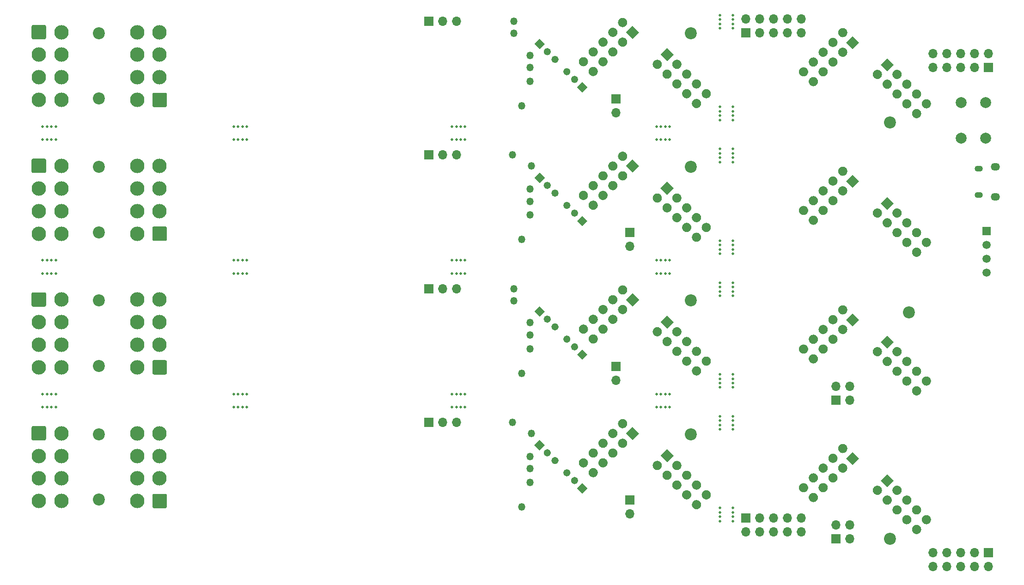
<source format=gbr>
%TF.GenerationSoftware,KiCad,Pcbnew,(5.1.10)-1*%
%TF.CreationDate,2021-11-13T17:44:38+00:00*%
%TF.ProjectId,voltmitten,766f6c74-6d69-4747-9465-6e2e6b696361,01*%
%TF.SameCoordinates,Original*%
%TF.FileFunction,Soldermask,Bot*%
%TF.FilePolarity,Negative*%
%FSLAX46Y46*%
G04 Gerber Fmt 4.6, Leading zero omitted, Abs format (unit mm)*
G04 Created by KiCad (PCBNEW (5.1.10)-1) date 2021-11-13 17:44:38*
%MOMM*%
%LPD*%
G01*
G04 APERTURE LIST*
%ADD10O,1.350000X1.350000*%
%ADD11C,0.500000*%
%ADD12R,1.700000X1.700000*%
%ADD13O,1.700000X1.700000*%
%ADD14C,0.100000*%
%ADD15C,2.200000*%
%ADD16C,2.640000*%
%ADD17O,1.700000X1.350000*%
%ADD18O,1.500000X1.100000*%
%ADD19C,2.000000*%
%ADD20C,1.508000*%
%ADD21R,1.508000X1.508000*%
G04 APERTURE END LIST*
D10*
%TO.C,TP-B1*%
X152870000Y-97670000D03*
%TD*%
%TO.C,TP-C1*%
X152870000Y-102420000D03*
%TD*%
%TO.C,TP-A1*%
X149870000Y-91420000D03*
%TD*%
%TO.C,TP-B2*%
X152870000Y-99920000D03*
%TD*%
%TO.C,TP-A2*%
X149870000Y-93670000D03*
%TD*%
%TO.C,TP+A2*%
X151370000Y-131420000D03*
%TD*%
%TO.C,TP-C2*%
X151370000Y-106920000D03*
%TD*%
%TO.C,TP+A1*%
X152870000Y-126920000D03*
%TD*%
%TO.C,TP+C2*%
X153120000Y-117920000D03*
%TD*%
%TO.C,TP+C1*%
X149620000Y-115920000D03*
%TD*%
%TO.C,TP+B1*%
X152870000Y-122170000D03*
%TD*%
%TO.C,TP+B2*%
X152870000Y-124420000D03*
%TD*%
D11*
%TO.C,REF\u002A\u002A*%
X176070000Y-110720000D03*
X176870000Y-110720000D03*
X177670000Y-110720000D03*
X178470000Y-110720000D03*
X176070000Y-113120000D03*
X176870000Y-113120000D03*
X177670000Y-113120000D03*
X178470000Y-113120000D03*
%TD*%
D12*
%TO.C,J-1*%
X168600000Y-105640000D03*
D13*
X168600000Y-108180000D03*
%TD*%
D14*
%TO.C,JP-2*%
G36*
X162448427Y-102543833D02*
G01*
X163403021Y-103498427D01*
X162448427Y-104453021D01*
X161493833Y-103498427D01*
X162448427Y-102543833D01*
G37*
G36*
G01*
X161511510Y-101606916D02*
X161511510Y-101606916D01*
G75*
G02*
X161511510Y-102561510I-477297J-477297D01*
G01*
X161511510Y-102561510D01*
G75*
G02*
X160556916Y-102561510I-477297J477297D01*
G01*
X160556916Y-102561510D01*
G75*
G02*
X160556916Y-101606916I477297J477297D01*
G01*
X160556916Y-101606916D01*
G75*
G02*
X161511510Y-101606916I477297J-477297D01*
G01*
G37*
G36*
G01*
X160097297Y-100192703D02*
X160097297Y-100192703D01*
G75*
G02*
X160097297Y-101147297I-477297J-477297D01*
G01*
X160097297Y-101147297D01*
G75*
G02*
X159142703Y-101147297I-477297J477297D01*
G01*
X159142703Y-101147297D01*
G75*
G02*
X159142703Y-100192703I477297J477297D01*
G01*
X159142703Y-100192703D01*
G75*
G02*
X160097297Y-100192703I477297J-477297D01*
G01*
G37*
%TD*%
D11*
%TO.C,REF\u002A\u002A*%
X98570000Y-110720000D03*
X99370000Y-110720000D03*
X100170000Y-110720000D03*
X100970000Y-110720000D03*
X98570000Y-113120000D03*
X99370000Y-113120000D03*
X100170000Y-113120000D03*
X100970000Y-113120000D03*
%TD*%
D14*
%TO.C,JP-1*%
G36*
X154621573Y-96546167D02*
G01*
X153666979Y-95591573D01*
X154621573Y-94636979D01*
X155576167Y-95591573D01*
X154621573Y-96546167D01*
G37*
G36*
G01*
X155558490Y-97483084D02*
X155558490Y-97483084D01*
G75*
G02*
X155558490Y-96528490I477297J477297D01*
G01*
X155558490Y-96528490D01*
G75*
G02*
X156513084Y-96528490I477297J-477297D01*
G01*
X156513084Y-96528490D01*
G75*
G02*
X156513084Y-97483084I-477297J-477297D01*
G01*
X156513084Y-97483084D01*
G75*
G02*
X155558490Y-97483084I-477297J477297D01*
G01*
G37*
G36*
G01*
X156972703Y-98897297D02*
X156972703Y-98897297D01*
G75*
G02*
X156972703Y-97942703I477297J477297D01*
G01*
X156972703Y-97942703D01*
G75*
G02*
X157927297Y-97942703I477297J-477297D01*
G01*
X157927297Y-97942703D01*
G75*
G02*
X157927297Y-98897297I-477297J-477297D01*
G01*
X157927297Y-98897297D01*
G75*
G02*
X156972703Y-98897297I-477297J477297D01*
G01*
G37*
%TD*%
%TO.C,JP+2*%
G36*
X162448427Y-127043833D02*
G01*
X163403021Y-127998427D01*
X162448427Y-128953021D01*
X161493833Y-127998427D01*
X162448427Y-127043833D01*
G37*
G36*
G01*
X161511510Y-126106916D02*
X161511510Y-126106916D01*
G75*
G02*
X161511510Y-127061510I-477297J-477297D01*
G01*
X161511510Y-127061510D01*
G75*
G02*
X160556916Y-127061510I-477297J477297D01*
G01*
X160556916Y-127061510D01*
G75*
G02*
X160556916Y-126106916I477297J477297D01*
G01*
X160556916Y-126106916D01*
G75*
G02*
X161511510Y-126106916I477297J-477297D01*
G01*
G37*
G36*
G01*
X160097297Y-124692703D02*
X160097297Y-124692703D01*
G75*
G02*
X160097297Y-125647297I-477297J-477297D01*
G01*
X160097297Y-125647297D01*
G75*
G02*
X159142703Y-125647297I-477297J477297D01*
G01*
X159142703Y-125647297D01*
G75*
G02*
X159142703Y-124692703I477297J477297D01*
G01*
X159142703Y-124692703D01*
G75*
G02*
X160097297Y-124692703I477297J-477297D01*
G01*
G37*
%TD*%
D12*
%TO.C,J+1*%
X171140000Y-130140000D03*
D13*
X171140000Y-132680000D03*
%TD*%
D14*
%TO.C,JP+1*%
G36*
X154621573Y-121046167D02*
G01*
X153666979Y-120091573D01*
X154621573Y-119136979D01*
X155576167Y-120091573D01*
X154621573Y-121046167D01*
G37*
G36*
G01*
X155558490Y-121983084D02*
X155558490Y-121983084D01*
G75*
G02*
X155558490Y-121028490I477297J477297D01*
G01*
X155558490Y-121028490D01*
G75*
G02*
X156513084Y-121028490I477297J-477297D01*
G01*
X156513084Y-121028490D01*
G75*
G02*
X156513084Y-121983084I-477297J-477297D01*
G01*
X156513084Y-121983084D01*
G75*
G02*
X155558490Y-121983084I-477297J477297D01*
G01*
G37*
G36*
G01*
X156972703Y-123397297D02*
X156972703Y-123397297D01*
G75*
G02*
X156972703Y-122442703I477297J477297D01*
G01*
X156972703Y-122442703D01*
G75*
G02*
X157927297Y-122442703I477297J-477297D01*
G01*
X157927297Y-122442703D01*
G75*
G02*
X157927297Y-123397297I-477297J-477297D01*
G01*
X157927297Y-123397297D01*
G75*
G02*
X156972703Y-123397297I-477297J477297D01*
G01*
G37*
%TD*%
D11*
%TO.C,REF\u002A\u002A*%
X138570000Y-110720000D03*
X139370000Y-110720000D03*
X140170000Y-110720000D03*
X140970000Y-110720000D03*
X138570000Y-113120000D03*
X139370000Y-113120000D03*
X140170000Y-113120000D03*
X140970000Y-113120000D03*
%TD*%
D14*
%TO.C,JSA+1*%
G36*
X170433969Y-117956051D02*
G01*
X171636051Y-116753969D01*
X172838133Y-117956051D01*
X171636051Y-119158133D01*
X170433969Y-117956051D01*
G37*
G36*
G01*
X169238959Y-115558959D02*
X169238959Y-115558959D01*
G75*
G02*
X170441041Y-115558959I601041J-601041D01*
G01*
X170441041Y-115558959D01*
G75*
G02*
X170441041Y-116761041I-601041J-601041D01*
G01*
X170441041Y-116761041D01*
G75*
G02*
X169238959Y-116761041I-601041J601041D01*
G01*
X169238959Y-116761041D01*
G75*
G02*
X169238959Y-115558959I601041J601041D01*
G01*
G37*
G36*
G01*
X169238959Y-119151061D02*
X169238959Y-119151061D01*
G75*
G02*
X170441041Y-119151061I601041J-601041D01*
G01*
X170441041Y-119151061D01*
G75*
G02*
X170441041Y-120353143I-601041J-601041D01*
G01*
X170441041Y-120353143D01*
G75*
G02*
X169238959Y-120353143I-601041J601041D01*
G01*
X169238959Y-120353143D01*
G75*
G02*
X169238959Y-119151061I601041J601041D01*
G01*
G37*
G36*
G01*
X167442908Y-117355010D02*
X167442908Y-117355010D01*
G75*
G02*
X168644990Y-117355010I601041J-601041D01*
G01*
X168644990Y-117355010D01*
G75*
G02*
X168644990Y-118557092I-601041J-601041D01*
G01*
X168644990Y-118557092D01*
G75*
G02*
X167442908Y-118557092I-601041J601041D01*
G01*
X167442908Y-118557092D01*
G75*
G02*
X167442908Y-117355010I601041J601041D01*
G01*
G37*
G36*
G01*
X167442908Y-120947112D02*
X167442908Y-120947112D01*
G75*
G02*
X168644990Y-120947112I601041J-601041D01*
G01*
X168644990Y-120947112D01*
G75*
G02*
X168644990Y-122149194I-601041J-601041D01*
G01*
X168644990Y-122149194D01*
G75*
G02*
X167442908Y-122149194I-601041J601041D01*
G01*
X167442908Y-122149194D01*
G75*
G02*
X167442908Y-120947112I601041J601041D01*
G01*
G37*
G36*
G01*
X165646856Y-119151061D02*
X165646856Y-119151061D01*
G75*
G02*
X166848938Y-119151061I601041J-601041D01*
G01*
X166848938Y-119151061D01*
G75*
G02*
X166848938Y-120353143I-601041J-601041D01*
G01*
X166848938Y-120353143D01*
G75*
G02*
X165646856Y-120353143I-601041J601041D01*
G01*
X165646856Y-120353143D01*
G75*
G02*
X165646856Y-119151061I601041J601041D01*
G01*
G37*
G36*
G01*
X165646856Y-122743164D02*
X165646856Y-122743164D01*
G75*
G02*
X166848938Y-122743164I601041J-601041D01*
G01*
X166848938Y-122743164D01*
G75*
G02*
X166848938Y-123945246I-601041J-601041D01*
G01*
X166848938Y-123945246D01*
G75*
G02*
X165646856Y-123945246I-601041J601041D01*
G01*
X165646856Y-123945246D01*
G75*
G02*
X165646856Y-122743164I601041J601041D01*
G01*
G37*
G36*
G01*
X163850805Y-120947112D02*
X163850805Y-120947112D01*
G75*
G02*
X165052887Y-120947112I601041J-601041D01*
G01*
X165052887Y-120947112D01*
G75*
G02*
X165052887Y-122149194I-601041J-601041D01*
G01*
X165052887Y-122149194D01*
G75*
G02*
X163850805Y-122149194I-601041J601041D01*
G01*
X163850805Y-122149194D01*
G75*
G02*
X163850805Y-120947112I601041J601041D01*
G01*
G37*
G36*
G01*
X163850805Y-124539215D02*
X163850805Y-124539215D01*
G75*
G02*
X165052887Y-124539215I601041J-601041D01*
G01*
X165052887Y-124539215D01*
G75*
G02*
X165052887Y-125741297I-601041J-601041D01*
G01*
X165052887Y-125741297D01*
G75*
G02*
X163850805Y-125741297I-601041J601041D01*
G01*
X163850805Y-125741297D01*
G75*
G02*
X163850805Y-124539215I601041J601041D01*
G01*
G37*
G36*
G01*
X162054754Y-122743164D02*
X162054754Y-122743164D01*
G75*
G02*
X163256836Y-122743164I601041J-601041D01*
G01*
X163256836Y-122743164D01*
G75*
G02*
X163256836Y-123945246I-601041J-601041D01*
G01*
X163256836Y-123945246D01*
G75*
G02*
X162054754Y-123945246I-601041J601041D01*
G01*
X162054754Y-123945246D01*
G75*
G02*
X162054754Y-122743164I601041J601041D01*
G01*
G37*
%TD*%
D11*
%TO.C,REF\u002A\u002A*%
X63570000Y-110720000D03*
X64370000Y-110720000D03*
X65170000Y-110720000D03*
X65970000Y-110720000D03*
X63570000Y-113120000D03*
X64370000Y-113120000D03*
X65170000Y-113120000D03*
X65970000Y-113120000D03*
%TD*%
D14*
%TO.C,JSA-1*%
G36*
X170433969Y-93456051D02*
G01*
X171636051Y-92253969D01*
X172838133Y-93456051D01*
X171636051Y-94658133D01*
X170433969Y-93456051D01*
G37*
G36*
G01*
X169238959Y-91058959D02*
X169238959Y-91058959D01*
G75*
G02*
X170441041Y-91058959I601041J-601041D01*
G01*
X170441041Y-91058959D01*
G75*
G02*
X170441041Y-92261041I-601041J-601041D01*
G01*
X170441041Y-92261041D01*
G75*
G02*
X169238959Y-92261041I-601041J601041D01*
G01*
X169238959Y-92261041D01*
G75*
G02*
X169238959Y-91058959I601041J601041D01*
G01*
G37*
G36*
G01*
X169238959Y-94651061D02*
X169238959Y-94651061D01*
G75*
G02*
X170441041Y-94651061I601041J-601041D01*
G01*
X170441041Y-94651061D01*
G75*
G02*
X170441041Y-95853143I-601041J-601041D01*
G01*
X170441041Y-95853143D01*
G75*
G02*
X169238959Y-95853143I-601041J601041D01*
G01*
X169238959Y-95853143D01*
G75*
G02*
X169238959Y-94651061I601041J601041D01*
G01*
G37*
G36*
G01*
X167442908Y-92855010D02*
X167442908Y-92855010D01*
G75*
G02*
X168644990Y-92855010I601041J-601041D01*
G01*
X168644990Y-92855010D01*
G75*
G02*
X168644990Y-94057092I-601041J-601041D01*
G01*
X168644990Y-94057092D01*
G75*
G02*
X167442908Y-94057092I-601041J601041D01*
G01*
X167442908Y-94057092D01*
G75*
G02*
X167442908Y-92855010I601041J601041D01*
G01*
G37*
G36*
G01*
X167442908Y-96447112D02*
X167442908Y-96447112D01*
G75*
G02*
X168644990Y-96447112I601041J-601041D01*
G01*
X168644990Y-96447112D01*
G75*
G02*
X168644990Y-97649194I-601041J-601041D01*
G01*
X168644990Y-97649194D01*
G75*
G02*
X167442908Y-97649194I-601041J601041D01*
G01*
X167442908Y-97649194D01*
G75*
G02*
X167442908Y-96447112I601041J601041D01*
G01*
G37*
G36*
G01*
X165646856Y-94651061D02*
X165646856Y-94651061D01*
G75*
G02*
X166848938Y-94651061I601041J-601041D01*
G01*
X166848938Y-94651061D01*
G75*
G02*
X166848938Y-95853143I-601041J-601041D01*
G01*
X166848938Y-95853143D01*
G75*
G02*
X165646856Y-95853143I-601041J601041D01*
G01*
X165646856Y-95853143D01*
G75*
G02*
X165646856Y-94651061I601041J601041D01*
G01*
G37*
G36*
G01*
X165646856Y-98243164D02*
X165646856Y-98243164D01*
G75*
G02*
X166848938Y-98243164I601041J-601041D01*
G01*
X166848938Y-98243164D01*
G75*
G02*
X166848938Y-99445246I-601041J-601041D01*
G01*
X166848938Y-99445246D01*
G75*
G02*
X165646856Y-99445246I-601041J601041D01*
G01*
X165646856Y-99445246D01*
G75*
G02*
X165646856Y-98243164I601041J601041D01*
G01*
G37*
G36*
G01*
X163850805Y-96447112D02*
X163850805Y-96447112D01*
G75*
G02*
X165052887Y-96447112I601041J-601041D01*
G01*
X165052887Y-96447112D01*
G75*
G02*
X165052887Y-97649194I-601041J-601041D01*
G01*
X165052887Y-97649194D01*
G75*
G02*
X163850805Y-97649194I-601041J601041D01*
G01*
X163850805Y-97649194D01*
G75*
G02*
X163850805Y-96447112I601041J601041D01*
G01*
G37*
G36*
G01*
X163850805Y-100039215D02*
X163850805Y-100039215D01*
G75*
G02*
X165052887Y-100039215I601041J-601041D01*
G01*
X165052887Y-100039215D01*
G75*
G02*
X165052887Y-101241297I-601041J-601041D01*
G01*
X165052887Y-101241297D01*
G75*
G02*
X163850805Y-101241297I-601041J601041D01*
G01*
X163850805Y-101241297D01*
G75*
G02*
X163850805Y-100039215I601041J601041D01*
G01*
G37*
G36*
G01*
X162054754Y-98243164D02*
X162054754Y-98243164D01*
G75*
G02*
X163256836Y-98243164I601041J-601041D01*
G01*
X163256836Y-98243164D01*
G75*
G02*
X163256836Y-99445246I-601041J-601041D01*
G01*
X163256836Y-99445246D01*
G75*
G02*
X162054754Y-99445246I-601041J601041D01*
G01*
X162054754Y-99445246D01*
G75*
G02*
X162054754Y-98243164I601041J601041D01*
G01*
G37*
%TD*%
D15*
%TO.C,REF\u002A\u002A*%
X73870000Y-118100000D03*
%TD*%
%TO.C,REF\u002A\u002A*%
X182370000Y-118100000D03*
%TD*%
D16*
%TO.C,J+2*%
X67010000Y-130340000D03*
X67010000Y-126200000D03*
X67010000Y-122060000D03*
X67010000Y-117920000D03*
X62870000Y-130340000D03*
X62870000Y-126200000D03*
X62870000Y-122060000D03*
G36*
G01*
X61550000Y-118990000D02*
X61550000Y-116850000D01*
G75*
G02*
X61800000Y-116600000I250000J0D01*
G01*
X63940000Y-116600000D01*
G75*
G02*
X64190000Y-116850000I0J-250000D01*
G01*
X64190000Y-118990000D01*
G75*
G02*
X63940000Y-119240000I-250000J0D01*
G01*
X61800000Y-119240000D01*
G75*
G02*
X61550000Y-118990000I0J250000D01*
G01*
G37*
%TD*%
%TO.C,J-2*%
X67010000Y-105840000D03*
X67010000Y-101700000D03*
X67010000Y-97560000D03*
X67010000Y-93420000D03*
X62870000Y-105840000D03*
X62870000Y-101700000D03*
X62870000Y-97560000D03*
G36*
G01*
X61550000Y-94490000D02*
X61550000Y-92350000D01*
G75*
G02*
X61800000Y-92100000I250000J0D01*
G01*
X63940000Y-92100000D01*
G75*
G02*
X64190000Y-92350000I0J-250000D01*
G01*
X64190000Y-94490000D01*
G75*
G02*
X63940000Y-94740000I-250000J0D01*
G01*
X61800000Y-94740000D01*
G75*
G02*
X61550000Y-94490000I0J250000D01*
G01*
G37*
%TD*%
D15*
%TO.C,REF\u002A\u002A*%
X182370000Y-93600000D03*
%TD*%
%TO.C,REF\u002A\u002A*%
X73870000Y-93600000D03*
%TD*%
%TO.C,REF\u002A\u002A*%
X73870000Y-130100000D03*
%TD*%
D14*
%TO.C,JSB+1*%
G36*
X177986051Y-123226031D02*
G01*
X176783969Y-122023949D01*
X177986051Y-120821867D01*
X179188133Y-122023949D01*
X177986051Y-123226031D01*
G37*
G36*
G01*
X175588959Y-124421041D02*
X175588959Y-124421041D01*
G75*
G02*
X175588959Y-123218959I601041J601041D01*
G01*
X175588959Y-123218959D01*
G75*
G02*
X176791041Y-123218959I601041J-601041D01*
G01*
X176791041Y-123218959D01*
G75*
G02*
X176791041Y-124421041I-601041J-601041D01*
G01*
X176791041Y-124421041D01*
G75*
G02*
X175588959Y-124421041I-601041J601041D01*
G01*
G37*
G36*
G01*
X179181061Y-124421041D02*
X179181061Y-124421041D01*
G75*
G02*
X179181061Y-123218959I601041J601041D01*
G01*
X179181061Y-123218959D01*
G75*
G02*
X180383143Y-123218959I601041J-601041D01*
G01*
X180383143Y-123218959D01*
G75*
G02*
X180383143Y-124421041I-601041J-601041D01*
G01*
X180383143Y-124421041D01*
G75*
G02*
X179181061Y-124421041I-601041J601041D01*
G01*
G37*
G36*
G01*
X177385010Y-126217092D02*
X177385010Y-126217092D01*
G75*
G02*
X177385010Y-125015010I601041J601041D01*
G01*
X177385010Y-125015010D01*
G75*
G02*
X178587092Y-125015010I601041J-601041D01*
G01*
X178587092Y-125015010D01*
G75*
G02*
X178587092Y-126217092I-601041J-601041D01*
G01*
X178587092Y-126217092D01*
G75*
G02*
X177385010Y-126217092I-601041J601041D01*
G01*
G37*
G36*
G01*
X180977112Y-126217092D02*
X180977112Y-126217092D01*
G75*
G02*
X180977112Y-125015010I601041J601041D01*
G01*
X180977112Y-125015010D01*
G75*
G02*
X182179194Y-125015010I601041J-601041D01*
G01*
X182179194Y-125015010D01*
G75*
G02*
X182179194Y-126217092I-601041J-601041D01*
G01*
X182179194Y-126217092D01*
G75*
G02*
X180977112Y-126217092I-601041J601041D01*
G01*
G37*
G36*
G01*
X179181061Y-128013144D02*
X179181061Y-128013144D01*
G75*
G02*
X179181061Y-126811062I601041J601041D01*
G01*
X179181061Y-126811062D01*
G75*
G02*
X180383143Y-126811062I601041J-601041D01*
G01*
X180383143Y-126811062D01*
G75*
G02*
X180383143Y-128013144I-601041J-601041D01*
G01*
X180383143Y-128013144D01*
G75*
G02*
X179181061Y-128013144I-601041J601041D01*
G01*
G37*
G36*
G01*
X182773164Y-128013144D02*
X182773164Y-128013144D01*
G75*
G02*
X182773164Y-126811062I601041J601041D01*
G01*
X182773164Y-126811062D01*
G75*
G02*
X183975246Y-126811062I601041J-601041D01*
G01*
X183975246Y-126811062D01*
G75*
G02*
X183975246Y-128013144I-601041J-601041D01*
G01*
X183975246Y-128013144D01*
G75*
G02*
X182773164Y-128013144I-601041J601041D01*
G01*
G37*
G36*
G01*
X180977112Y-129809195D02*
X180977112Y-129809195D01*
G75*
G02*
X180977112Y-128607113I601041J601041D01*
G01*
X180977112Y-128607113D01*
G75*
G02*
X182179194Y-128607113I601041J-601041D01*
G01*
X182179194Y-128607113D01*
G75*
G02*
X182179194Y-129809195I-601041J-601041D01*
G01*
X182179194Y-129809195D01*
G75*
G02*
X180977112Y-129809195I-601041J601041D01*
G01*
G37*
G36*
G01*
X184569215Y-129809195D02*
X184569215Y-129809195D01*
G75*
G02*
X184569215Y-128607113I601041J601041D01*
G01*
X184569215Y-128607113D01*
G75*
G02*
X185771297Y-128607113I601041J-601041D01*
G01*
X185771297Y-128607113D01*
G75*
G02*
X185771297Y-129809195I-601041J-601041D01*
G01*
X185771297Y-129809195D01*
G75*
G02*
X184569215Y-129809195I-601041J601041D01*
G01*
G37*
G36*
G01*
X182773164Y-131605246D02*
X182773164Y-131605246D01*
G75*
G02*
X182773164Y-130403164I601041J601041D01*
G01*
X182773164Y-130403164D01*
G75*
G02*
X183975246Y-130403164I601041J-601041D01*
G01*
X183975246Y-130403164D01*
G75*
G02*
X183975246Y-131605246I-601041J-601041D01*
G01*
X183975246Y-131605246D01*
G75*
G02*
X182773164Y-131605246I-601041J601041D01*
G01*
G37*
%TD*%
%TO.C,JSB-1*%
G36*
X177986051Y-98726031D02*
G01*
X176783969Y-97523949D01*
X177986051Y-96321867D01*
X179188133Y-97523949D01*
X177986051Y-98726031D01*
G37*
G36*
G01*
X175588959Y-99921041D02*
X175588959Y-99921041D01*
G75*
G02*
X175588959Y-98718959I601041J601041D01*
G01*
X175588959Y-98718959D01*
G75*
G02*
X176791041Y-98718959I601041J-601041D01*
G01*
X176791041Y-98718959D01*
G75*
G02*
X176791041Y-99921041I-601041J-601041D01*
G01*
X176791041Y-99921041D01*
G75*
G02*
X175588959Y-99921041I-601041J601041D01*
G01*
G37*
G36*
G01*
X179181061Y-99921041D02*
X179181061Y-99921041D01*
G75*
G02*
X179181061Y-98718959I601041J601041D01*
G01*
X179181061Y-98718959D01*
G75*
G02*
X180383143Y-98718959I601041J-601041D01*
G01*
X180383143Y-98718959D01*
G75*
G02*
X180383143Y-99921041I-601041J-601041D01*
G01*
X180383143Y-99921041D01*
G75*
G02*
X179181061Y-99921041I-601041J601041D01*
G01*
G37*
G36*
G01*
X177385010Y-101717092D02*
X177385010Y-101717092D01*
G75*
G02*
X177385010Y-100515010I601041J601041D01*
G01*
X177385010Y-100515010D01*
G75*
G02*
X178587092Y-100515010I601041J-601041D01*
G01*
X178587092Y-100515010D01*
G75*
G02*
X178587092Y-101717092I-601041J-601041D01*
G01*
X178587092Y-101717092D01*
G75*
G02*
X177385010Y-101717092I-601041J601041D01*
G01*
G37*
G36*
G01*
X180977112Y-101717092D02*
X180977112Y-101717092D01*
G75*
G02*
X180977112Y-100515010I601041J601041D01*
G01*
X180977112Y-100515010D01*
G75*
G02*
X182179194Y-100515010I601041J-601041D01*
G01*
X182179194Y-100515010D01*
G75*
G02*
X182179194Y-101717092I-601041J-601041D01*
G01*
X182179194Y-101717092D01*
G75*
G02*
X180977112Y-101717092I-601041J601041D01*
G01*
G37*
G36*
G01*
X179181061Y-103513144D02*
X179181061Y-103513144D01*
G75*
G02*
X179181061Y-102311062I601041J601041D01*
G01*
X179181061Y-102311062D01*
G75*
G02*
X180383143Y-102311062I601041J-601041D01*
G01*
X180383143Y-102311062D01*
G75*
G02*
X180383143Y-103513144I-601041J-601041D01*
G01*
X180383143Y-103513144D01*
G75*
G02*
X179181061Y-103513144I-601041J601041D01*
G01*
G37*
G36*
G01*
X182773164Y-103513144D02*
X182773164Y-103513144D01*
G75*
G02*
X182773164Y-102311062I601041J601041D01*
G01*
X182773164Y-102311062D01*
G75*
G02*
X183975246Y-102311062I601041J-601041D01*
G01*
X183975246Y-102311062D01*
G75*
G02*
X183975246Y-103513144I-601041J-601041D01*
G01*
X183975246Y-103513144D01*
G75*
G02*
X182773164Y-103513144I-601041J601041D01*
G01*
G37*
G36*
G01*
X180977112Y-105309195D02*
X180977112Y-105309195D01*
G75*
G02*
X180977112Y-104107113I601041J601041D01*
G01*
X180977112Y-104107113D01*
G75*
G02*
X182179194Y-104107113I601041J-601041D01*
G01*
X182179194Y-104107113D01*
G75*
G02*
X182179194Y-105309195I-601041J-601041D01*
G01*
X182179194Y-105309195D01*
G75*
G02*
X180977112Y-105309195I-601041J601041D01*
G01*
G37*
G36*
G01*
X184569215Y-105309195D02*
X184569215Y-105309195D01*
G75*
G02*
X184569215Y-104107113I601041J601041D01*
G01*
X184569215Y-104107113D01*
G75*
G02*
X185771297Y-104107113I601041J-601041D01*
G01*
X185771297Y-104107113D01*
G75*
G02*
X185771297Y-105309195I-601041J-601041D01*
G01*
X185771297Y-105309195D01*
G75*
G02*
X184569215Y-105309195I-601041J601041D01*
G01*
G37*
G36*
G01*
X182773164Y-107105246D02*
X182773164Y-107105246D01*
G75*
G02*
X182773164Y-105903164I601041J601041D01*
G01*
X182773164Y-105903164D01*
G75*
G02*
X183975246Y-105903164I601041J-601041D01*
G01*
X183975246Y-105903164D01*
G75*
G02*
X183975246Y-107105246I-601041J-601041D01*
G01*
X183975246Y-107105246D01*
G75*
G02*
X182773164Y-107105246I-601041J601041D01*
G01*
G37*
%TD*%
D16*
%TO.C,J-3*%
X80870000Y-93420000D03*
X80870000Y-97560000D03*
X80870000Y-101700000D03*
X80870000Y-105840000D03*
X85010000Y-93420000D03*
X85010000Y-97560000D03*
X85010000Y-101700000D03*
G36*
G01*
X86330000Y-104770000D02*
X86330000Y-106910000D01*
G75*
G02*
X86080000Y-107160000I-250000J0D01*
G01*
X83940000Y-107160000D01*
G75*
G02*
X83690000Y-106910000I0J250000D01*
G01*
X83690000Y-104770000D01*
G75*
G02*
X83940000Y-104520000I250000J0D01*
G01*
X86080000Y-104520000D01*
G75*
G02*
X86330000Y-104770000I0J-250000D01*
G01*
G37*
%TD*%
D15*
%TO.C,REF\u002A\u002A*%
X73870000Y-105600000D03*
%TD*%
D16*
%TO.C,J+3*%
X80870000Y-117920000D03*
X80870000Y-122060000D03*
X80870000Y-126200000D03*
X80870000Y-130340000D03*
X85010000Y-117920000D03*
X85010000Y-122060000D03*
X85010000Y-126200000D03*
G36*
G01*
X86330000Y-129270000D02*
X86330000Y-131410000D01*
G75*
G02*
X86080000Y-131660000I-250000J0D01*
G01*
X83940000Y-131660000D01*
G75*
G02*
X83690000Y-131410000I0J250000D01*
G01*
X83690000Y-129270000D01*
G75*
G02*
X83940000Y-129020000I250000J0D01*
G01*
X86080000Y-129020000D01*
G75*
G02*
X86330000Y-129270000I0J-250000D01*
G01*
G37*
%TD*%
D12*
%TO.C,TP+1*%
X134370000Y-115920000D03*
D13*
X136910000Y-115920000D03*
X139450000Y-115920000D03*
%TD*%
D12*
%TO.C,TP-1*%
X134370000Y-91420000D03*
D13*
X136910000Y-91420000D03*
X139450000Y-91420000D03*
%TD*%
D10*
%TO.C,TP-C2*%
X151370000Y-57920000D03*
%TD*%
%TO.C,TP-C1*%
X152870000Y-53420000D03*
%TD*%
%TO.C,TP-B2*%
X152870000Y-50920000D03*
%TD*%
%TO.C,TP-B1*%
X152870000Y-48670000D03*
%TD*%
%TO.C,TP-A2*%
X149870000Y-44670000D03*
%TD*%
%TO.C,TP-A1*%
X149870000Y-42420000D03*
%TD*%
%TO.C,TP+A2*%
X151370000Y-82420000D03*
%TD*%
%TO.C,TP+A1*%
X152870000Y-77920000D03*
%TD*%
%TO.C,TP+B2*%
X152870000Y-75420000D03*
%TD*%
%TO.C,TP+B1*%
X152870000Y-73170000D03*
%TD*%
%TO.C,TP+C2*%
X153120000Y-68920000D03*
%TD*%
%TO.C,TP+C1*%
X149620000Y-66920000D03*
%TD*%
D17*
%TO.C,J1*%
X238110000Y-69140000D03*
X238110000Y-74600000D03*
D18*
X235110000Y-69450000D03*
X235110000Y-74290000D03*
%TD*%
D15*
%TO.C,REF\u002A\u002A*%
X218820000Y-61000000D03*
%TD*%
%TO.C,REF\u002A\u002A*%
X218820000Y-137250000D03*
%TD*%
%TO.C,REF\u002A\u002A*%
X222320000Y-95750000D03*
%TD*%
D13*
%TO.C,TP-1*%
X139450000Y-42420000D03*
X136910000Y-42420000D03*
D12*
X134370000Y-42420000D03*
%TD*%
D13*
%TO.C,TP+1*%
X139450000Y-66920000D03*
X136910000Y-66920000D03*
D12*
X134370000Y-66920000D03*
%TD*%
D11*
%TO.C,REF\u002A\u002A*%
X187670000Y-117220000D03*
X187670000Y-116420000D03*
X187670000Y-115620000D03*
X187670000Y-114820000D03*
X190070000Y-117220000D03*
X190070000Y-116420000D03*
X190070000Y-115620000D03*
X190070000Y-114820000D03*
%TD*%
%TO.C,REF\u002A\u002A*%
X190070000Y-131620000D03*
X190070000Y-132420000D03*
X190070000Y-133220000D03*
X190070000Y-134020000D03*
X187670000Y-131620000D03*
X187670000Y-132420000D03*
X187670000Y-133220000D03*
X187670000Y-134020000D03*
%TD*%
%TO.C,REF\u002A\u002A*%
X187670000Y-109520000D03*
X187670000Y-108720000D03*
X187670000Y-107920000D03*
X187670000Y-107120000D03*
X190070000Y-109520000D03*
X190070000Y-108720000D03*
X190070000Y-107920000D03*
X190070000Y-107120000D03*
%TD*%
%TO.C,REF\u002A\u002A*%
X190070000Y-90320000D03*
X190070000Y-91120000D03*
X190070000Y-91920000D03*
X190070000Y-92720000D03*
X187670000Y-90320000D03*
X187670000Y-91120000D03*
X187670000Y-91920000D03*
X187670000Y-92720000D03*
%TD*%
D15*
%TO.C,REF\u002A\u002A*%
X73870000Y-81100000D03*
%TD*%
%TO.C,REF\u002A\u002A*%
X73870000Y-69100000D03*
%TD*%
%TO.C,REF\u002A\u002A*%
X182370000Y-69100000D03*
%TD*%
D11*
%TO.C,REF\u002A\u002A*%
X176070000Y-86220000D03*
X176870000Y-86220000D03*
X177670000Y-86220000D03*
X178470000Y-86220000D03*
X176070000Y-88620000D03*
X176870000Y-88620000D03*
X177670000Y-88620000D03*
X178470000Y-88620000D03*
%TD*%
%TO.C,REF\u002A\u002A*%
X138570000Y-86220000D03*
X139370000Y-86220000D03*
X140170000Y-86220000D03*
X140970000Y-86220000D03*
X138570000Y-88620000D03*
X139370000Y-88620000D03*
X140170000Y-88620000D03*
X140970000Y-88620000D03*
%TD*%
%TO.C,REF\u002A\u002A*%
X98570000Y-86220000D03*
X99370000Y-86220000D03*
X100170000Y-86220000D03*
X100970000Y-86220000D03*
X98570000Y-88620000D03*
X99370000Y-88620000D03*
X100170000Y-88620000D03*
X100970000Y-88620000D03*
%TD*%
%TO.C,REF\u002A\u002A*%
X63570000Y-86220000D03*
X64370000Y-86220000D03*
X65170000Y-86220000D03*
X65970000Y-86220000D03*
X63570000Y-88620000D03*
X64370000Y-88620000D03*
X65170000Y-88620000D03*
X65970000Y-88620000D03*
%TD*%
%TO.C,REF\u002A\u002A*%
X190070000Y-82620000D03*
X190070000Y-83420000D03*
X190070000Y-84220000D03*
X190070000Y-85020000D03*
X187670000Y-82620000D03*
X187670000Y-83420000D03*
X187670000Y-84220000D03*
X187670000Y-85020000D03*
%TD*%
%TO.C,REF\u002A\u002A*%
X187670000Y-68220000D03*
X187670000Y-67420000D03*
X187670000Y-66620000D03*
X187670000Y-65820000D03*
X190070000Y-68220000D03*
X190070000Y-67420000D03*
X190070000Y-66620000D03*
X190070000Y-65820000D03*
%TD*%
D15*
%TO.C,REF\u002A\u002A*%
X182370000Y-44600000D03*
%TD*%
%TO.C,REF\u002A\u002A*%
X73870000Y-56600000D03*
%TD*%
%TO.C,REF\u002A\u002A*%
X73870000Y-44600000D03*
%TD*%
%TO.C,J-3*%
G36*
G01*
X86330000Y-55770000D02*
X86330000Y-57910000D01*
G75*
G02*
X86080000Y-58160000I-250000J0D01*
G01*
X83940000Y-58160000D01*
G75*
G02*
X83690000Y-57910000I0J250000D01*
G01*
X83690000Y-55770000D01*
G75*
G02*
X83940000Y-55520000I250000J0D01*
G01*
X86080000Y-55520000D01*
G75*
G02*
X86330000Y-55770000I0J-250000D01*
G01*
G37*
D16*
X85010000Y-52700000D03*
X85010000Y-48560000D03*
X85010000Y-44420000D03*
X80870000Y-56840000D03*
X80870000Y-52700000D03*
X80870000Y-48560000D03*
X80870000Y-44420000D03*
%TD*%
%TO.C,J-2*%
G36*
G01*
X61550000Y-45490000D02*
X61550000Y-43350000D01*
G75*
G02*
X61800000Y-43100000I250000J0D01*
G01*
X63940000Y-43100000D01*
G75*
G02*
X64190000Y-43350000I0J-250000D01*
G01*
X64190000Y-45490000D01*
G75*
G02*
X63940000Y-45740000I-250000J0D01*
G01*
X61800000Y-45740000D01*
G75*
G02*
X61550000Y-45490000I0J250000D01*
G01*
G37*
X62870000Y-48560000D03*
X62870000Y-52700000D03*
X62870000Y-56840000D03*
X67010000Y-44420000D03*
X67010000Y-48560000D03*
X67010000Y-52700000D03*
X67010000Y-56840000D03*
%TD*%
%TO.C,J+3*%
G36*
G01*
X86330000Y-80270000D02*
X86330000Y-82410000D01*
G75*
G02*
X86080000Y-82660000I-250000J0D01*
G01*
X83940000Y-82660000D01*
G75*
G02*
X83690000Y-82410000I0J250000D01*
G01*
X83690000Y-80270000D01*
G75*
G02*
X83940000Y-80020000I250000J0D01*
G01*
X86080000Y-80020000D01*
G75*
G02*
X86330000Y-80270000I0J-250000D01*
G01*
G37*
X85010000Y-77200000D03*
X85010000Y-73060000D03*
X85010000Y-68920000D03*
X80870000Y-81340000D03*
X80870000Y-77200000D03*
X80870000Y-73060000D03*
X80870000Y-68920000D03*
%TD*%
%TO.C,J+2*%
G36*
G01*
X61550000Y-69990000D02*
X61550000Y-67850000D01*
G75*
G02*
X61800000Y-67600000I250000J0D01*
G01*
X63940000Y-67600000D01*
G75*
G02*
X64190000Y-67850000I0J-250000D01*
G01*
X64190000Y-69990000D01*
G75*
G02*
X63940000Y-70240000I-250000J0D01*
G01*
X61800000Y-70240000D01*
G75*
G02*
X61550000Y-69990000I0J250000D01*
G01*
G37*
X62870000Y-73060000D03*
X62870000Y-77200000D03*
X62870000Y-81340000D03*
X67010000Y-68920000D03*
X67010000Y-73060000D03*
X67010000Y-77200000D03*
X67010000Y-81340000D03*
%TD*%
%TO.C,JSB-1*%
G36*
G01*
X182773164Y-58105246D02*
X182773164Y-58105246D01*
G75*
G02*
X182773164Y-56903164I601041J601041D01*
G01*
X182773164Y-56903164D01*
G75*
G02*
X183975246Y-56903164I601041J-601041D01*
G01*
X183975246Y-56903164D01*
G75*
G02*
X183975246Y-58105246I-601041J-601041D01*
G01*
X183975246Y-58105246D01*
G75*
G02*
X182773164Y-58105246I-601041J601041D01*
G01*
G37*
G36*
G01*
X184569215Y-56309195D02*
X184569215Y-56309195D01*
G75*
G02*
X184569215Y-55107113I601041J601041D01*
G01*
X184569215Y-55107113D01*
G75*
G02*
X185771297Y-55107113I601041J-601041D01*
G01*
X185771297Y-55107113D01*
G75*
G02*
X185771297Y-56309195I-601041J-601041D01*
G01*
X185771297Y-56309195D01*
G75*
G02*
X184569215Y-56309195I-601041J601041D01*
G01*
G37*
G36*
G01*
X180977112Y-56309195D02*
X180977112Y-56309195D01*
G75*
G02*
X180977112Y-55107113I601041J601041D01*
G01*
X180977112Y-55107113D01*
G75*
G02*
X182179194Y-55107113I601041J-601041D01*
G01*
X182179194Y-55107113D01*
G75*
G02*
X182179194Y-56309195I-601041J-601041D01*
G01*
X182179194Y-56309195D01*
G75*
G02*
X180977112Y-56309195I-601041J601041D01*
G01*
G37*
G36*
G01*
X182773164Y-54513144D02*
X182773164Y-54513144D01*
G75*
G02*
X182773164Y-53311062I601041J601041D01*
G01*
X182773164Y-53311062D01*
G75*
G02*
X183975246Y-53311062I601041J-601041D01*
G01*
X183975246Y-53311062D01*
G75*
G02*
X183975246Y-54513144I-601041J-601041D01*
G01*
X183975246Y-54513144D01*
G75*
G02*
X182773164Y-54513144I-601041J601041D01*
G01*
G37*
G36*
G01*
X179181061Y-54513144D02*
X179181061Y-54513144D01*
G75*
G02*
X179181061Y-53311062I601041J601041D01*
G01*
X179181061Y-53311062D01*
G75*
G02*
X180383143Y-53311062I601041J-601041D01*
G01*
X180383143Y-53311062D01*
G75*
G02*
X180383143Y-54513144I-601041J-601041D01*
G01*
X180383143Y-54513144D01*
G75*
G02*
X179181061Y-54513144I-601041J601041D01*
G01*
G37*
G36*
G01*
X180977112Y-52717092D02*
X180977112Y-52717092D01*
G75*
G02*
X180977112Y-51515010I601041J601041D01*
G01*
X180977112Y-51515010D01*
G75*
G02*
X182179194Y-51515010I601041J-601041D01*
G01*
X182179194Y-51515010D01*
G75*
G02*
X182179194Y-52717092I-601041J-601041D01*
G01*
X182179194Y-52717092D01*
G75*
G02*
X180977112Y-52717092I-601041J601041D01*
G01*
G37*
G36*
G01*
X177385010Y-52717092D02*
X177385010Y-52717092D01*
G75*
G02*
X177385010Y-51515010I601041J601041D01*
G01*
X177385010Y-51515010D01*
G75*
G02*
X178587092Y-51515010I601041J-601041D01*
G01*
X178587092Y-51515010D01*
G75*
G02*
X178587092Y-52717092I-601041J-601041D01*
G01*
X178587092Y-52717092D01*
G75*
G02*
X177385010Y-52717092I-601041J601041D01*
G01*
G37*
G36*
G01*
X179181061Y-50921041D02*
X179181061Y-50921041D01*
G75*
G02*
X179181061Y-49718959I601041J601041D01*
G01*
X179181061Y-49718959D01*
G75*
G02*
X180383143Y-49718959I601041J-601041D01*
G01*
X180383143Y-49718959D01*
G75*
G02*
X180383143Y-50921041I-601041J-601041D01*
G01*
X180383143Y-50921041D01*
G75*
G02*
X179181061Y-50921041I-601041J601041D01*
G01*
G37*
G36*
G01*
X175588959Y-50921041D02*
X175588959Y-50921041D01*
G75*
G02*
X175588959Y-49718959I601041J601041D01*
G01*
X175588959Y-49718959D01*
G75*
G02*
X176791041Y-49718959I601041J-601041D01*
G01*
X176791041Y-49718959D01*
G75*
G02*
X176791041Y-50921041I-601041J-601041D01*
G01*
X176791041Y-50921041D01*
G75*
G02*
X175588959Y-50921041I-601041J601041D01*
G01*
G37*
D14*
G36*
X177986051Y-49726031D02*
G01*
X176783969Y-48523949D01*
X177986051Y-47321867D01*
X179188133Y-48523949D01*
X177986051Y-49726031D01*
G37*
%TD*%
%TO.C,JSB+1*%
G36*
G01*
X182773164Y-82605246D02*
X182773164Y-82605246D01*
G75*
G02*
X182773164Y-81403164I601041J601041D01*
G01*
X182773164Y-81403164D01*
G75*
G02*
X183975246Y-81403164I601041J-601041D01*
G01*
X183975246Y-81403164D01*
G75*
G02*
X183975246Y-82605246I-601041J-601041D01*
G01*
X183975246Y-82605246D01*
G75*
G02*
X182773164Y-82605246I-601041J601041D01*
G01*
G37*
G36*
G01*
X184569215Y-80809195D02*
X184569215Y-80809195D01*
G75*
G02*
X184569215Y-79607113I601041J601041D01*
G01*
X184569215Y-79607113D01*
G75*
G02*
X185771297Y-79607113I601041J-601041D01*
G01*
X185771297Y-79607113D01*
G75*
G02*
X185771297Y-80809195I-601041J-601041D01*
G01*
X185771297Y-80809195D01*
G75*
G02*
X184569215Y-80809195I-601041J601041D01*
G01*
G37*
G36*
G01*
X180977112Y-80809195D02*
X180977112Y-80809195D01*
G75*
G02*
X180977112Y-79607113I601041J601041D01*
G01*
X180977112Y-79607113D01*
G75*
G02*
X182179194Y-79607113I601041J-601041D01*
G01*
X182179194Y-79607113D01*
G75*
G02*
X182179194Y-80809195I-601041J-601041D01*
G01*
X182179194Y-80809195D01*
G75*
G02*
X180977112Y-80809195I-601041J601041D01*
G01*
G37*
G36*
G01*
X182773164Y-79013144D02*
X182773164Y-79013144D01*
G75*
G02*
X182773164Y-77811062I601041J601041D01*
G01*
X182773164Y-77811062D01*
G75*
G02*
X183975246Y-77811062I601041J-601041D01*
G01*
X183975246Y-77811062D01*
G75*
G02*
X183975246Y-79013144I-601041J-601041D01*
G01*
X183975246Y-79013144D01*
G75*
G02*
X182773164Y-79013144I-601041J601041D01*
G01*
G37*
G36*
G01*
X179181061Y-79013144D02*
X179181061Y-79013144D01*
G75*
G02*
X179181061Y-77811062I601041J601041D01*
G01*
X179181061Y-77811062D01*
G75*
G02*
X180383143Y-77811062I601041J-601041D01*
G01*
X180383143Y-77811062D01*
G75*
G02*
X180383143Y-79013144I-601041J-601041D01*
G01*
X180383143Y-79013144D01*
G75*
G02*
X179181061Y-79013144I-601041J601041D01*
G01*
G37*
G36*
G01*
X180977112Y-77217092D02*
X180977112Y-77217092D01*
G75*
G02*
X180977112Y-76015010I601041J601041D01*
G01*
X180977112Y-76015010D01*
G75*
G02*
X182179194Y-76015010I601041J-601041D01*
G01*
X182179194Y-76015010D01*
G75*
G02*
X182179194Y-77217092I-601041J-601041D01*
G01*
X182179194Y-77217092D01*
G75*
G02*
X180977112Y-77217092I-601041J601041D01*
G01*
G37*
G36*
G01*
X177385010Y-77217092D02*
X177385010Y-77217092D01*
G75*
G02*
X177385010Y-76015010I601041J601041D01*
G01*
X177385010Y-76015010D01*
G75*
G02*
X178587092Y-76015010I601041J-601041D01*
G01*
X178587092Y-76015010D01*
G75*
G02*
X178587092Y-77217092I-601041J-601041D01*
G01*
X178587092Y-77217092D01*
G75*
G02*
X177385010Y-77217092I-601041J601041D01*
G01*
G37*
G36*
G01*
X179181061Y-75421041D02*
X179181061Y-75421041D01*
G75*
G02*
X179181061Y-74218959I601041J601041D01*
G01*
X179181061Y-74218959D01*
G75*
G02*
X180383143Y-74218959I601041J-601041D01*
G01*
X180383143Y-74218959D01*
G75*
G02*
X180383143Y-75421041I-601041J-601041D01*
G01*
X180383143Y-75421041D01*
G75*
G02*
X179181061Y-75421041I-601041J601041D01*
G01*
G37*
G36*
G01*
X175588959Y-75421041D02*
X175588959Y-75421041D01*
G75*
G02*
X175588959Y-74218959I601041J601041D01*
G01*
X175588959Y-74218959D01*
G75*
G02*
X176791041Y-74218959I601041J-601041D01*
G01*
X176791041Y-74218959D01*
G75*
G02*
X176791041Y-75421041I-601041J-601041D01*
G01*
X176791041Y-75421041D01*
G75*
G02*
X175588959Y-75421041I-601041J601041D01*
G01*
G37*
G36*
X177986051Y-74226031D02*
G01*
X176783969Y-73023949D01*
X177986051Y-71821867D01*
X179188133Y-73023949D01*
X177986051Y-74226031D01*
G37*
%TD*%
%TO.C,JSA-1*%
G36*
G01*
X162054754Y-49243164D02*
X162054754Y-49243164D01*
G75*
G02*
X163256836Y-49243164I601041J-601041D01*
G01*
X163256836Y-49243164D01*
G75*
G02*
X163256836Y-50445246I-601041J-601041D01*
G01*
X163256836Y-50445246D01*
G75*
G02*
X162054754Y-50445246I-601041J601041D01*
G01*
X162054754Y-50445246D01*
G75*
G02*
X162054754Y-49243164I601041J601041D01*
G01*
G37*
G36*
G01*
X163850805Y-51039215D02*
X163850805Y-51039215D01*
G75*
G02*
X165052887Y-51039215I601041J-601041D01*
G01*
X165052887Y-51039215D01*
G75*
G02*
X165052887Y-52241297I-601041J-601041D01*
G01*
X165052887Y-52241297D01*
G75*
G02*
X163850805Y-52241297I-601041J601041D01*
G01*
X163850805Y-52241297D01*
G75*
G02*
X163850805Y-51039215I601041J601041D01*
G01*
G37*
G36*
G01*
X163850805Y-47447112D02*
X163850805Y-47447112D01*
G75*
G02*
X165052887Y-47447112I601041J-601041D01*
G01*
X165052887Y-47447112D01*
G75*
G02*
X165052887Y-48649194I-601041J-601041D01*
G01*
X165052887Y-48649194D01*
G75*
G02*
X163850805Y-48649194I-601041J601041D01*
G01*
X163850805Y-48649194D01*
G75*
G02*
X163850805Y-47447112I601041J601041D01*
G01*
G37*
G36*
G01*
X165646856Y-49243164D02*
X165646856Y-49243164D01*
G75*
G02*
X166848938Y-49243164I601041J-601041D01*
G01*
X166848938Y-49243164D01*
G75*
G02*
X166848938Y-50445246I-601041J-601041D01*
G01*
X166848938Y-50445246D01*
G75*
G02*
X165646856Y-50445246I-601041J601041D01*
G01*
X165646856Y-50445246D01*
G75*
G02*
X165646856Y-49243164I601041J601041D01*
G01*
G37*
G36*
G01*
X165646856Y-45651061D02*
X165646856Y-45651061D01*
G75*
G02*
X166848938Y-45651061I601041J-601041D01*
G01*
X166848938Y-45651061D01*
G75*
G02*
X166848938Y-46853143I-601041J-601041D01*
G01*
X166848938Y-46853143D01*
G75*
G02*
X165646856Y-46853143I-601041J601041D01*
G01*
X165646856Y-46853143D01*
G75*
G02*
X165646856Y-45651061I601041J601041D01*
G01*
G37*
G36*
G01*
X167442908Y-47447112D02*
X167442908Y-47447112D01*
G75*
G02*
X168644990Y-47447112I601041J-601041D01*
G01*
X168644990Y-47447112D01*
G75*
G02*
X168644990Y-48649194I-601041J-601041D01*
G01*
X168644990Y-48649194D01*
G75*
G02*
X167442908Y-48649194I-601041J601041D01*
G01*
X167442908Y-48649194D01*
G75*
G02*
X167442908Y-47447112I601041J601041D01*
G01*
G37*
G36*
G01*
X167442908Y-43855010D02*
X167442908Y-43855010D01*
G75*
G02*
X168644990Y-43855010I601041J-601041D01*
G01*
X168644990Y-43855010D01*
G75*
G02*
X168644990Y-45057092I-601041J-601041D01*
G01*
X168644990Y-45057092D01*
G75*
G02*
X167442908Y-45057092I-601041J601041D01*
G01*
X167442908Y-45057092D01*
G75*
G02*
X167442908Y-43855010I601041J601041D01*
G01*
G37*
G36*
G01*
X169238959Y-45651061D02*
X169238959Y-45651061D01*
G75*
G02*
X170441041Y-45651061I601041J-601041D01*
G01*
X170441041Y-45651061D01*
G75*
G02*
X170441041Y-46853143I-601041J-601041D01*
G01*
X170441041Y-46853143D01*
G75*
G02*
X169238959Y-46853143I-601041J601041D01*
G01*
X169238959Y-46853143D01*
G75*
G02*
X169238959Y-45651061I601041J601041D01*
G01*
G37*
G36*
G01*
X169238959Y-42058959D02*
X169238959Y-42058959D01*
G75*
G02*
X170441041Y-42058959I601041J-601041D01*
G01*
X170441041Y-42058959D01*
G75*
G02*
X170441041Y-43261041I-601041J-601041D01*
G01*
X170441041Y-43261041D01*
G75*
G02*
X169238959Y-43261041I-601041J601041D01*
G01*
X169238959Y-43261041D01*
G75*
G02*
X169238959Y-42058959I601041J601041D01*
G01*
G37*
G36*
X170433969Y-44456051D02*
G01*
X171636051Y-43253969D01*
X172838133Y-44456051D01*
X171636051Y-45658133D01*
X170433969Y-44456051D01*
G37*
%TD*%
%TO.C,JSA+1*%
G36*
G01*
X162054754Y-73743164D02*
X162054754Y-73743164D01*
G75*
G02*
X163256836Y-73743164I601041J-601041D01*
G01*
X163256836Y-73743164D01*
G75*
G02*
X163256836Y-74945246I-601041J-601041D01*
G01*
X163256836Y-74945246D01*
G75*
G02*
X162054754Y-74945246I-601041J601041D01*
G01*
X162054754Y-74945246D01*
G75*
G02*
X162054754Y-73743164I601041J601041D01*
G01*
G37*
G36*
G01*
X163850805Y-75539215D02*
X163850805Y-75539215D01*
G75*
G02*
X165052887Y-75539215I601041J-601041D01*
G01*
X165052887Y-75539215D01*
G75*
G02*
X165052887Y-76741297I-601041J-601041D01*
G01*
X165052887Y-76741297D01*
G75*
G02*
X163850805Y-76741297I-601041J601041D01*
G01*
X163850805Y-76741297D01*
G75*
G02*
X163850805Y-75539215I601041J601041D01*
G01*
G37*
G36*
G01*
X163850805Y-71947112D02*
X163850805Y-71947112D01*
G75*
G02*
X165052887Y-71947112I601041J-601041D01*
G01*
X165052887Y-71947112D01*
G75*
G02*
X165052887Y-73149194I-601041J-601041D01*
G01*
X165052887Y-73149194D01*
G75*
G02*
X163850805Y-73149194I-601041J601041D01*
G01*
X163850805Y-73149194D01*
G75*
G02*
X163850805Y-71947112I601041J601041D01*
G01*
G37*
G36*
G01*
X165646856Y-73743164D02*
X165646856Y-73743164D01*
G75*
G02*
X166848938Y-73743164I601041J-601041D01*
G01*
X166848938Y-73743164D01*
G75*
G02*
X166848938Y-74945246I-601041J-601041D01*
G01*
X166848938Y-74945246D01*
G75*
G02*
X165646856Y-74945246I-601041J601041D01*
G01*
X165646856Y-74945246D01*
G75*
G02*
X165646856Y-73743164I601041J601041D01*
G01*
G37*
G36*
G01*
X165646856Y-70151061D02*
X165646856Y-70151061D01*
G75*
G02*
X166848938Y-70151061I601041J-601041D01*
G01*
X166848938Y-70151061D01*
G75*
G02*
X166848938Y-71353143I-601041J-601041D01*
G01*
X166848938Y-71353143D01*
G75*
G02*
X165646856Y-71353143I-601041J601041D01*
G01*
X165646856Y-71353143D01*
G75*
G02*
X165646856Y-70151061I601041J601041D01*
G01*
G37*
G36*
G01*
X167442908Y-71947112D02*
X167442908Y-71947112D01*
G75*
G02*
X168644990Y-71947112I601041J-601041D01*
G01*
X168644990Y-71947112D01*
G75*
G02*
X168644990Y-73149194I-601041J-601041D01*
G01*
X168644990Y-73149194D01*
G75*
G02*
X167442908Y-73149194I-601041J601041D01*
G01*
X167442908Y-73149194D01*
G75*
G02*
X167442908Y-71947112I601041J601041D01*
G01*
G37*
G36*
G01*
X167442908Y-68355010D02*
X167442908Y-68355010D01*
G75*
G02*
X168644990Y-68355010I601041J-601041D01*
G01*
X168644990Y-68355010D01*
G75*
G02*
X168644990Y-69557092I-601041J-601041D01*
G01*
X168644990Y-69557092D01*
G75*
G02*
X167442908Y-69557092I-601041J601041D01*
G01*
X167442908Y-69557092D01*
G75*
G02*
X167442908Y-68355010I601041J601041D01*
G01*
G37*
G36*
G01*
X169238959Y-70151061D02*
X169238959Y-70151061D01*
G75*
G02*
X170441041Y-70151061I601041J-601041D01*
G01*
X170441041Y-70151061D01*
G75*
G02*
X170441041Y-71353143I-601041J-601041D01*
G01*
X170441041Y-71353143D01*
G75*
G02*
X169238959Y-71353143I-601041J601041D01*
G01*
X169238959Y-71353143D01*
G75*
G02*
X169238959Y-70151061I601041J601041D01*
G01*
G37*
G36*
G01*
X169238959Y-66558959D02*
X169238959Y-66558959D01*
G75*
G02*
X170441041Y-66558959I601041J-601041D01*
G01*
X170441041Y-66558959D01*
G75*
G02*
X170441041Y-67761041I-601041J-601041D01*
G01*
X170441041Y-67761041D01*
G75*
G02*
X169238959Y-67761041I-601041J601041D01*
G01*
X169238959Y-67761041D01*
G75*
G02*
X169238959Y-66558959I601041J601041D01*
G01*
G37*
G36*
X170433969Y-68956051D02*
G01*
X171636051Y-67753969D01*
X172838133Y-68956051D01*
X171636051Y-70158133D01*
X170433969Y-68956051D01*
G37*
%TD*%
%TO.C,JP-1*%
G36*
G01*
X156972703Y-49897297D02*
X156972703Y-49897297D01*
G75*
G02*
X156972703Y-48942703I477297J477297D01*
G01*
X156972703Y-48942703D01*
G75*
G02*
X157927297Y-48942703I477297J-477297D01*
G01*
X157927297Y-48942703D01*
G75*
G02*
X157927297Y-49897297I-477297J-477297D01*
G01*
X157927297Y-49897297D01*
G75*
G02*
X156972703Y-49897297I-477297J477297D01*
G01*
G37*
G36*
G01*
X155558490Y-48483084D02*
X155558490Y-48483084D01*
G75*
G02*
X155558490Y-47528490I477297J477297D01*
G01*
X155558490Y-47528490D01*
G75*
G02*
X156513084Y-47528490I477297J-477297D01*
G01*
X156513084Y-47528490D01*
G75*
G02*
X156513084Y-48483084I-477297J-477297D01*
G01*
X156513084Y-48483084D01*
G75*
G02*
X155558490Y-48483084I-477297J477297D01*
G01*
G37*
G36*
X154621573Y-47546167D02*
G01*
X153666979Y-46591573D01*
X154621573Y-45636979D01*
X155576167Y-46591573D01*
X154621573Y-47546167D01*
G37*
%TD*%
%TO.C,JP-2*%
G36*
G01*
X160097297Y-51192703D02*
X160097297Y-51192703D01*
G75*
G02*
X160097297Y-52147297I-477297J-477297D01*
G01*
X160097297Y-52147297D01*
G75*
G02*
X159142703Y-52147297I-477297J477297D01*
G01*
X159142703Y-52147297D01*
G75*
G02*
X159142703Y-51192703I477297J477297D01*
G01*
X159142703Y-51192703D01*
G75*
G02*
X160097297Y-51192703I477297J-477297D01*
G01*
G37*
G36*
G01*
X161511510Y-52606916D02*
X161511510Y-52606916D01*
G75*
G02*
X161511510Y-53561510I-477297J-477297D01*
G01*
X161511510Y-53561510D01*
G75*
G02*
X160556916Y-53561510I-477297J477297D01*
G01*
X160556916Y-53561510D01*
G75*
G02*
X160556916Y-52606916I477297J477297D01*
G01*
X160556916Y-52606916D01*
G75*
G02*
X161511510Y-52606916I477297J-477297D01*
G01*
G37*
G36*
X162448427Y-53543833D02*
G01*
X163403021Y-54498427D01*
X162448427Y-55453021D01*
X161493833Y-54498427D01*
X162448427Y-53543833D01*
G37*
%TD*%
%TO.C,JP+2*%
G36*
G01*
X160097297Y-75692703D02*
X160097297Y-75692703D01*
G75*
G02*
X160097297Y-76647297I-477297J-477297D01*
G01*
X160097297Y-76647297D01*
G75*
G02*
X159142703Y-76647297I-477297J477297D01*
G01*
X159142703Y-76647297D01*
G75*
G02*
X159142703Y-75692703I477297J477297D01*
G01*
X159142703Y-75692703D01*
G75*
G02*
X160097297Y-75692703I477297J-477297D01*
G01*
G37*
G36*
G01*
X161511510Y-77106916D02*
X161511510Y-77106916D01*
G75*
G02*
X161511510Y-78061510I-477297J-477297D01*
G01*
X161511510Y-78061510D01*
G75*
G02*
X160556916Y-78061510I-477297J477297D01*
G01*
X160556916Y-78061510D01*
G75*
G02*
X160556916Y-77106916I477297J477297D01*
G01*
X160556916Y-77106916D01*
G75*
G02*
X161511510Y-77106916I477297J-477297D01*
G01*
G37*
G36*
X162448427Y-78043833D02*
G01*
X163403021Y-78998427D01*
X162448427Y-79953021D01*
X161493833Y-78998427D01*
X162448427Y-78043833D01*
G37*
%TD*%
%TO.C,JP+1*%
G36*
G01*
X156972703Y-74397297D02*
X156972703Y-74397297D01*
G75*
G02*
X156972703Y-73442703I477297J477297D01*
G01*
X156972703Y-73442703D01*
G75*
G02*
X157927297Y-73442703I477297J-477297D01*
G01*
X157927297Y-73442703D01*
G75*
G02*
X157927297Y-74397297I-477297J-477297D01*
G01*
X157927297Y-74397297D01*
G75*
G02*
X156972703Y-74397297I-477297J477297D01*
G01*
G37*
G36*
G01*
X155558490Y-72983084D02*
X155558490Y-72983084D01*
G75*
G02*
X155558490Y-72028490I477297J477297D01*
G01*
X155558490Y-72028490D01*
G75*
G02*
X156513084Y-72028490I477297J-477297D01*
G01*
X156513084Y-72028490D01*
G75*
G02*
X156513084Y-72983084I-477297J-477297D01*
G01*
X156513084Y-72983084D01*
G75*
G02*
X155558490Y-72983084I-477297J477297D01*
G01*
G37*
G36*
X154621573Y-72046167D02*
G01*
X153666979Y-71091573D01*
X154621573Y-70136979D01*
X155576167Y-71091573D01*
X154621573Y-72046167D01*
G37*
%TD*%
D13*
%TO.C,J-1*%
X168600000Y-59180000D03*
D12*
X168600000Y-56640000D03*
%TD*%
D13*
%TO.C,J+1*%
X171140000Y-83680000D03*
D12*
X171140000Y-81140000D03*
%TD*%
D11*
%TO.C,REF\u002A\u002A*%
X187670000Y-60520000D03*
X187670000Y-59720000D03*
X187670000Y-58920000D03*
X187670000Y-58120000D03*
X190070000Y-60520000D03*
X190070000Y-59720000D03*
X190070000Y-58920000D03*
X190070000Y-58120000D03*
%TD*%
%TO.C,REF\u002A\u002A*%
X190070000Y-41320000D03*
X190070000Y-42120000D03*
X190070000Y-42920000D03*
X190070000Y-43720000D03*
X187670000Y-41320000D03*
X187670000Y-42120000D03*
X187670000Y-42920000D03*
X187670000Y-43720000D03*
%TD*%
%TO.C,REF\u002A\u002A*%
X178470000Y-64120000D03*
X177670000Y-64120000D03*
X176870000Y-64120000D03*
X176070000Y-64120000D03*
X178470000Y-61720000D03*
X177670000Y-61720000D03*
X176870000Y-61720000D03*
X176070000Y-61720000D03*
%TD*%
%TO.C,REF\u002A\u002A*%
X140970000Y-64120000D03*
X140170000Y-64120000D03*
X139370000Y-64120000D03*
X138570000Y-64120000D03*
X140970000Y-61720000D03*
X140170000Y-61720000D03*
X139370000Y-61720000D03*
X138570000Y-61720000D03*
%TD*%
%TO.C,REF\u002A\u002A*%
X100970000Y-64120000D03*
X100170000Y-64120000D03*
X99370000Y-64120000D03*
X98570000Y-64120000D03*
X100970000Y-61720000D03*
X100170000Y-61720000D03*
X99370000Y-61720000D03*
X98570000Y-61720000D03*
%TD*%
%TO.C,REF\u002A\u002A*%
X65970000Y-64120000D03*
X65170000Y-64120000D03*
X64370000Y-64120000D03*
X63570000Y-64120000D03*
X65970000Y-61720000D03*
X65170000Y-61720000D03*
X64370000Y-61720000D03*
X63570000Y-61720000D03*
%TD*%
D12*
%TO.C,J2*%
X208920000Y-137240000D03*
D13*
X208920000Y-134700000D03*
X211460000Y-137240000D03*
X211460000Y-134700000D03*
%TD*%
D12*
%TO.C,J3*%
X208920000Y-111840000D03*
D13*
X208920000Y-109300000D03*
X211460000Y-111840000D03*
X211460000Y-109300000D03*
%TD*%
D12*
%TO.C,J4*%
X236860000Y-50880000D03*
D13*
X236860000Y-48340000D03*
X234320000Y-50880000D03*
X234320000Y-48340000D03*
X231780000Y-50880000D03*
X231780000Y-48340000D03*
X229240000Y-50880000D03*
X229240000Y-48340000D03*
X226700000Y-50880000D03*
X226700000Y-48340000D03*
%TD*%
%TO.C,J5*%
X226700000Y-142320000D03*
X226700000Y-139780000D03*
X229240000Y-142320000D03*
X229240000Y-139780000D03*
X231780000Y-142320000D03*
X231780000Y-139780000D03*
X234320000Y-142320000D03*
X234320000Y-139780000D03*
X236860000Y-142320000D03*
D12*
X236860000Y-139780000D03*
%TD*%
D13*
%TO.C,J6*%
X202570000Y-135970000D03*
X202570000Y-133430000D03*
X200030000Y-135970000D03*
X200030000Y-133430000D03*
X197490000Y-135970000D03*
X197490000Y-133430000D03*
X194950000Y-135970000D03*
X194950000Y-133430000D03*
X192410000Y-135970000D03*
D12*
X192410000Y-133430000D03*
%TD*%
%TO.C,J7*%
X192410000Y-44530000D03*
D13*
X192410000Y-41990000D03*
X194950000Y-44530000D03*
X194950000Y-41990000D03*
X197490000Y-44530000D03*
X197490000Y-41990000D03*
X200030000Y-44530000D03*
X200030000Y-41990000D03*
X202570000Y-44530000D03*
X202570000Y-41990000D03*
%TD*%
D14*
%TO.C,JHA1*%
G36*
X213170082Y-46308000D02*
G01*
X211968000Y-47510082D01*
X210765918Y-46308000D01*
X211968000Y-45105918D01*
X213170082Y-46308000D01*
G37*
G36*
G01*
X210772990Y-45112990D02*
X210772990Y-45112990D01*
G75*
G02*
X209570908Y-45112990I-601041J601041D01*
G01*
X209570908Y-45112990D01*
G75*
G02*
X209570908Y-43910908I601041J601041D01*
G01*
X209570908Y-43910908D01*
G75*
G02*
X210772990Y-43910908I601041J-601041D01*
G01*
X210772990Y-43910908D01*
G75*
G02*
X210772990Y-45112990I-601041J-601041D01*
G01*
G37*
G36*
G01*
X210772990Y-48705092D02*
X210772990Y-48705092D01*
G75*
G02*
X209570908Y-48705092I-601041J601041D01*
G01*
X209570908Y-48705092D01*
G75*
G02*
X209570908Y-47503010I601041J601041D01*
G01*
X209570908Y-47503010D01*
G75*
G02*
X210772990Y-47503010I601041J-601041D01*
G01*
X210772990Y-47503010D01*
G75*
G02*
X210772990Y-48705092I-601041J-601041D01*
G01*
G37*
G36*
G01*
X208976939Y-46909041D02*
X208976939Y-46909041D01*
G75*
G02*
X207774857Y-46909041I-601041J601041D01*
G01*
X207774857Y-46909041D01*
G75*
G02*
X207774857Y-45706959I601041J601041D01*
G01*
X207774857Y-45706959D01*
G75*
G02*
X208976939Y-45706959I601041J-601041D01*
G01*
X208976939Y-45706959D01*
G75*
G02*
X208976939Y-46909041I-601041J-601041D01*
G01*
G37*
G36*
G01*
X208976939Y-50501143D02*
X208976939Y-50501143D01*
G75*
G02*
X207774857Y-50501143I-601041J601041D01*
G01*
X207774857Y-50501143D01*
G75*
G02*
X207774857Y-49299061I601041J601041D01*
G01*
X207774857Y-49299061D01*
G75*
G02*
X208976939Y-49299061I601041J-601041D01*
G01*
X208976939Y-49299061D01*
G75*
G02*
X208976939Y-50501143I-601041J-601041D01*
G01*
G37*
G36*
G01*
X207180887Y-48705092D02*
X207180887Y-48705092D01*
G75*
G02*
X205978805Y-48705092I-601041J601041D01*
G01*
X205978805Y-48705092D01*
G75*
G02*
X205978805Y-47503010I601041J601041D01*
G01*
X205978805Y-47503010D01*
G75*
G02*
X207180887Y-47503010I601041J-601041D01*
G01*
X207180887Y-47503010D01*
G75*
G02*
X207180887Y-48705092I-601041J-601041D01*
G01*
G37*
G36*
G01*
X207180887Y-52297195D02*
X207180887Y-52297195D01*
G75*
G02*
X205978805Y-52297195I-601041J601041D01*
G01*
X205978805Y-52297195D01*
G75*
G02*
X205978805Y-51095113I601041J601041D01*
G01*
X205978805Y-51095113D01*
G75*
G02*
X207180887Y-51095113I601041J-601041D01*
G01*
X207180887Y-51095113D01*
G75*
G02*
X207180887Y-52297195I-601041J-601041D01*
G01*
G37*
G36*
G01*
X205384836Y-50501143D02*
X205384836Y-50501143D01*
G75*
G02*
X204182754Y-50501143I-601041J601041D01*
G01*
X204182754Y-50501143D01*
G75*
G02*
X204182754Y-49299061I601041J601041D01*
G01*
X204182754Y-49299061D01*
G75*
G02*
X205384836Y-49299061I601041J-601041D01*
G01*
X205384836Y-49299061D01*
G75*
G02*
X205384836Y-50501143I-601041J-601041D01*
G01*
G37*
G36*
G01*
X205384836Y-54093246D02*
X205384836Y-54093246D01*
G75*
G02*
X204182754Y-54093246I-601041J601041D01*
G01*
X204182754Y-54093246D01*
G75*
G02*
X204182754Y-52891164I601041J601041D01*
G01*
X204182754Y-52891164D01*
G75*
G02*
X205384836Y-52891164I601041J-601041D01*
G01*
X205384836Y-52891164D01*
G75*
G02*
X205384836Y-54093246I-601041J-601041D01*
G01*
G37*
G36*
G01*
X203588785Y-52297195D02*
X203588785Y-52297195D01*
G75*
G02*
X202386703Y-52297195I-601041J601041D01*
G01*
X202386703Y-52297195D01*
G75*
G02*
X202386703Y-51095113I601041J601041D01*
G01*
X202386703Y-51095113D01*
G75*
G02*
X203588785Y-51095113I601041J-601041D01*
G01*
X203588785Y-51095113D01*
G75*
G02*
X203588785Y-52297195I-601041J-601041D01*
G01*
G37*
%TD*%
%TO.C,JHA2*%
G36*
X213170082Y-71708000D02*
G01*
X211968000Y-72910082D01*
X210765918Y-71708000D01*
X211968000Y-70505918D01*
X213170082Y-71708000D01*
G37*
G36*
G01*
X210772990Y-70512990D02*
X210772990Y-70512990D01*
G75*
G02*
X209570908Y-70512990I-601041J601041D01*
G01*
X209570908Y-70512990D01*
G75*
G02*
X209570908Y-69310908I601041J601041D01*
G01*
X209570908Y-69310908D01*
G75*
G02*
X210772990Y-69310908I601041J-601041D01*
G01*
X210772990Y-69310908D01*
G75*
G02*
X210772990Y-70512990I-601041J-601041D01*
G01*
G37*
G36*
G01*
X210772990Y-74105092D02*
X210772990Y-74105092D01*
G75*
G02*
X209570908Y-74105092I-601041J601041D01*
G01*
X209570908Y-74105092D01*
G75*
G02*
X209570908Y-72903010I601041J601041D01*
G01*
X209570908Y-72903010D01*
G75*
G02*
X210772990Y-72903010I601041J-601041D01*
G01*
X210772990Y-72903010D01*
G75*
G02*
X210772990Y-74105092I-601041J-601041D01*
G01*
G37*
G36*
G01*
X208976939Y-72309041D02*
X208976939Y-72309041D01*
G75*
G02*
X207774857Y-72309041I-601041J601041D01*
G01*
X207774857Y-72309041D01*
G75*
G02*
X207774857Y-71106959I601041J601041D01*
G01*
X207774857Y-71106959D01*
G75*
G02*
X208976939Y-71106959I601041J-601041D01*
G01*
X208976939Y-71106959D01*
G75*
G02*
X208976939Y-72309041I-601041J-601041D01*
G01*
G37*
G36*
G01*
X208976939Y-75901143D02*
X208976939Y-75901143D01*
G75*
G02*
X207774857Y-75901143I-601041J601041D01*
G01*
X207774857Y-75901143D01*
G75*
G02*
X207774857Y-74699061I601041J601041D01*
G01*
X207774857Y-74699061D01*
G75*
G02*
X208976939Y-74699061I601041J-601041D01*
G01*
X208976939Y-74699061D01*
G75*
G02*
X208976939Y-75901143I-601041J-601041D01*
G01*
G37*
G36*
G01*
X207180887Y-74105092D02*
X207180887Y-74105092D01*
G75*
G02*
X205978805Y-74105092I-601041J601041D01*
G01*
X205978805Y-74105092D01*
G75*
G02*
X205978805Y-72903010I601041J601041D01*
G01*
X205978805Y-72903010D01*
G75*
G02*
X207180887Y-72903010I601041J-601041D01*
G01*
X207180887Y-72903010D01*
G75*
G02*
X207180887Y-74105092I-601041J-601041D01*
G01*
G37*
G36*
G01*
X207180887Y-77697195D02*
X207180887Y-77697195D01*
G75*
G02*
X205978805Y-77697195I-601041J601041D01*
G01*
X205978805Y-77697195D01*
G75*
G02*
X205978805Y-76495113I601041J601041D01*
G01*
X205978805Y-76495113D01*
G75*
G02*
X207180887Y-76495113I601041J-601041D01*
G01*
X207180887Y-76495113D01*
G75*
G02*
X207180887Y-77697195I-601041J-601041D01*
G01*
G37*
G36*
G01*
X205384836Y-75901143D02*
X205384836Y-75901143D01*
G75*
G02*
X204182754Y-75901143I-601041J601041D01*
G01*
X204182754Y-75901143D01*
G75*
G02*
X204182754Y-74699061I601041J601041D01*
G01*
X204182754Y-74699061D01*
G75*
G02*
X205384836Y-74699061I601041J-601041D01*
G01*
X205384836Y-74699061D01*
G75*
G02*
X205384836Y-75901143I-601041J-601041D01*
G01*
G37*
G36*
G01*
X205384836Y-79493246D02*
X205384836Y-79493246D01*
G75*
G02*
X204182754Y-79493246I-601041J601041D01*
G01*
X204182754Y-79493246D01*
G75*
G02*
X204182754Y-78291164I601041J601041D01*
G01*
X204182754Y-78291164D01*
G75*
G02*
X205384836Y-78291164I601041J-601041D01*
G01*
X205384836Y-78291164D01*
G75*
G02*
X205384836Y-79493246I-601041J-601041D01*
G01*
G37*
G36*
G01*
X203588785Y-77697195D02*
X203588785Y-77697195D01*
G75*
G02*
X202386703Y-77697195I-601041J601041D01*
G01*
X202386703Y-77697195D01*
G75*
G02*
X202386703Y-76495113I601041J601041D01*
G01*
X202386703Y-76495113D01*
G75*
G02*
X203588785Y-76495113I601041J-601041D01*
G01*
X203588785Y-76495113D01*
G75*
G02*
X203588785Y-77697195I-601041J-601041D01*
G01*
G37*
%TD*%
%TO.C,JHA3*%
G36*
G01*
X203588785Y-103097195D02*
X203588785Y-103097195D01*
G75*
G02*
X202386703Y-103097195I-601041J601041D01*
G01*
X202386703Y-103097195D01*
G75*
G02*
X202386703Y-101895113I601041J601041D01*
G01*
X202386703Y-101895113D01*
G75*
G02*
X203588785Y-101895113I601041J-601041D01*
G01*
X203588785Y-101895113D01*
G75*
G02*
X203588785Y-103097195I-601041J-601041D01*
G01*
G37*
G36*
G01*
X205384836Y-104893246D02*
X205384836Y-104893246D01*
G75*
G02*
X204182754Y-104893246I-601041J601041D01*
G01*
X204182754Y-104893246D01*
G75*
G02*
X204182754Y-103691164I601041J601041D01*
G01*
X204182754Y-103691164D01*
G75*
G02*
X205384836Y-103691164I601041J-601041D01*
G01*
X205384836Y-103691164D01*
G75*
G02*
X205384836Y-104893246I-601041J-601041D01*
G01*
G37*
G36*
G01*
X205384836Y-101301143D02*
X205384836Y-101301143D01*
G75*
G02*
X204182754Y-101301143I-601041J601041D01*
G01*
X204182754Y-101301143D01*
G75*
G02*
X204182754Y-100099061I601041J601041D01*
G01*
X204182754Y-100099061D01*
G75*
G02*
X205384836Y-100099061I601041J-601041D01*
G01*
X205384836Y-100099061D01*
G75*
G02*
X205384836Y-101301143I-601041J-601041D01*
G01*
G37*
G36*
G01*
X207180887Y-103097195D02*
X207180887Y-103097195D01*
G75*
G02*
X205978805Y-103097195I-601041J601041D01*
G01*
X205978805Y-103097195D01*
G75*
G02*
X205978805Y-101895113I601041J601041D01*
G01*
X205978805Y-101895113D01*
G75*
G02*
X207180887Y-101895113I601041J-601041D01*
G01*
X207180887Y-101895113D01*
G75*
G02*
X207180887Y-103097195I-601041J-601041D01*
G01*
G37*
G36*
G01*
X207180887Y-99505092D02*
X207180887Y-99505092D01*
G75*
G02*
X205978805Y-99505092I-601041J601041D01*
G01*
X205978805Y-99505092D01*
G75*
G02*
X205978805Y-98303010I601041J601041D01*
G01*
X205978805Y-98303010D01*
G75*
G02*
X207180887Y-98303010I601041J-601041D01*
G01*
X207180887Y-98303010D01*
G75*
G02*
X207180887Y-99505092I-601041J-601041D01*
G01*
G37*
G36*
G01*
X208976939Y-101301143D02*
X208976939Y-101301143D01*
G75*
G02*
X207774857Y-101301143I-601041J601041D01*
G01*
X207774857Y-101301143D01*
G75*
G02*
X207774857Y-100099061I601041J601041D01*
G01*
X207774857Y-100099061D01*
G75*
G02*
X208976939Y-100099061I601041J-601041D01*
G01*
X208976939Y-100099061D01*
G75*
G02*
X208976939Y-101301143I-601041J-601041D01*
G01*
G37*
G36*
G01*
X208976939Y-97709041D02*
X208976939Y-97709041D01*
G75*
G02*
X207774857Y-97709041I-601041J601041D01*
G01*
X207774857Y-97709041D01*
G75*
G02*
X207774857Y-96506959I601041J601041D01*
G01*
X207774857Y-96506959D01*
G75*
G02*
X208976939Y-96506959I601041J-601041D01*
G01*
X208976939Y-96506959D01*
G75*
G02*
X208976939Y-97709041I-601041J-601041D01*
G01*
G37*
G36*
G01*
X210772990Y-99505092D02*
X210772990Y-99505092D01*
G75*
G02*
X209570908Y-99505092I-601041J601041D01*
G01*
X209570908Y-99505092D01*
G75*
G02*
X209570908Y-98303010I601041J601041D01*
G01*
X209570908Y-98303010D01*
G75*
G02*
X210772990Y-98303010I601041J-601041D01*
G01*
X210772990Y-98303010D01*
G75*
G02*
X210772990Y-99505092I-601041J-601041D01*
G01*
G37*
G36*
G01*
X210772990Y-95912990D02*
X210772990Y-95912990D01*
G75*
G02*
X209570908Y-95912990I-601041J601041D01*
G01*
X209570908Y-95912990D01*
G75*
G02*
X209570908Y-94710908I601041J601041D01*
G01*
X209570908Y-94710908D01*
G75*
G02*
X210772990Y-94710908I601041J-601041D01*
G01*
X210772990Y-94710908D01*
G75*
G02*
X210772990Y-95912990I-601041J-601041D01*
G01*
G37*
G36*
X213170082Y-97108000D02*
G01*
X211968000Y-98310082D01*
X210765918Y-97108000D01*
X211968000Y-95905918D01*
X213170082Y-97108000D01*
G37*
%TD*%
%TO.C,JHA4*%
G36*
G01*
X203588785Y-128497195D02*
X203588785Y-128497195D01*
G75*
G02*
X202386703Y-128497195I-601041J601041D01*
G01*
X202386703Y-128497195D01*
G75*
G02*
X202386703Y-127295113I601041J601041D01*
G01*
X202386703Y-127295113D01*
G75*
G02*
X203588785Y-127295113I601041J-601041D01*
G01*
X203588785Y-127295113D01*
G75*
G02*
X203588785Y-128497195I-601041J-601041D01*
G01*
G37*
G36*
G01*
X205384836Y-130293246D02*
X205384836Y-130293246D01*
G75*
G02*
X204182754Y-130293246I-601041J601041D01*
G01*
X204182754Y-130293246D01*
G75*
G02*
X204182754Y-129091164I601041J601041D01*
G01*
X204182754Y-129091164D01*
G75*
G02*
X205384836Y-129091164I601041J-601041D01*
G01*
X205384836Y-129091164D01*
G75*
G02*
X205384836Y-130293246I-601041J-601041D01*
G01*
G37*
G36*
G01*
X205384836Y-126701143D02*
X205384836Y-126701143D01*
G75*
G02*
X204182754Y-126701143I-601041J601041D01*
G01*
X204182754Y-126701143D01*
G75*
G02*
X204182754Y-125499061I601041J601041D01*
G01*
X204182754Y-125499061D01*
G75*
G02*
X205384836Y-125499061I601041J-601041D01*
G01*
X205384836Y-125499061D01*
G75*
G02*
X205384836Y-126701143I-601041J-601041D01*
G01*
G37*
G36*
G01*
X207180887Y-128497195D02*
X207180887Y-128497195D01*
G75*
G02*
X205978805Y-128497195I-601041J601041D01*
G01*
X205978805Y-128497195D01*
G75*
G02*
X205978805Y-127295113I601041J601041D01*
G01*
X205978805Y-127295113D01*
G75*
G02*
X207180887Y-127295113I601041J-601041D01*
G01*
X207180887Y-127295113D01*
G75*
G02*
X207180887Y-128497195I-601041J-601041D01*
G01*
G37*
G36*
G01*
X207180887Y-124905092D02*
X207180887Y-124905092D01*
G75*
G02*
X205978805Y-124905092I-601041J601041D01*
G01*
X205978805Y-124905092D01*
G75*
G02*
X205978805Y-123703010I601041J601041D01*
G01*
X205978805Y-123703010D01*
G75*
G02*
X207180887Y-123703010I601041J-601041D01*
G01*
X207180887Y-123703010D01*
G75*
G02*
X207180887Y-124905092I-601041J-601041D01*
G01*
G37*
G36*
G01*
X208976939Y-126701143D02*
X208976939Y-126701143D01*
G75*
G02*
X207774857Y-126701143I-601041J601041D01*
G01*
X207774857Y-126701143D01*
G75*
G02*
X207774857Y-125499061I601041J601041D01*
G01*
X207774857Y-125499061D01*
G75*
G02*
X208976939Y-125499061I601041J-601041D01*
G01*
X208976939Y-125499061D01*
G75*
G02*
X208976939Y-126701143I-601041J-601041D01*
G01*
G37*
G36*
G01*
X208976939Y-123109041D02*
X208976939Y-123109041D01*
G75*
G02*
X207774857Y-123109041I-601041J601041D01*
G01*
X207774857Y-123109041D01*
G75*
G02*
X207774857Y-121906959I601041J601041D01*
G01*
X207774857Y-121906959D01*
G75*
G02*
X208976939Y-121906959I601041J-601041D01*
G01*
X208976939Y-121906959D01*
G75*
G02*
X208976939Y-123109041I-601041J-601041D01*
G01*
G37*
G36*
G01*
X210772990Y-124905092D02*
X210772990Y-124905092D01*
G75*
G02*
X209570908Y-124905092I-601041J601041D01*
G01*
X209570908Y-124905092D01*
G75*
G02*
X209570908Y-123703010I601041J601041D01*
G01*
X209570908Y-123703010D01*
G75*
G02*
X210772990Y-123703010I601041J-601041D01*
G01*
X210772990Y-123703010D01*
G75*
G02*
X210772990Y-124905092I-601041J-601041D01*
G01*
G37*
G36*
G01*
X210772990Y-121312990D02*
X210772990Y-121312990D01*
G75*
G02*
X209570908Y-121312990I-601041J601041D01*
G01*
X209570908Y-121312990D01*
G75*
G02*
X209570908Y-120110908I601041J601041D01*
G01*
X209570908Y-120110908D01*
G75*
G02*
X210772990Y-120110908I601041J-601041D01*
G01*
X210772990Y-120110908D01*
G75*
G02*
X210772990Y-121312990I-601041J-601041D01*
G01*
G37*
G36*
X213170082Y-122508000D02*
G01*
X211968000Y-123710082D01*
X210765918Y-122508000D01*
X211968000Y-121305918D01*
X213170082Y-122508000D01*
G37*
%TD*%
%TO.C,JHB1*%
G36*
G01*
X224307195Y-58751215D02*
X224307195Y-58751215D01*
G75*
G02*
X224307195Y-59953297I-601041J-601041D01*
G01*
X224307195Y-59953297D01*
G75*
G02*
X223105113Y-59953297I-601041J601041D01*
G01*
X223105113Y-59953297D01*
G75*
G02*
X223105113Y-58751215I601041J601041D01*
G01*
X223105113Y-58751215D01*
G75*
G02*
X224307195Y-58751215I601041J-601041D01*
G01*
G37*
G36*
G01*
X226103246Y-56955164D02*
X226103246Y-56955164D01*
G75*
G02*
X226103246Y-58157246I-601041J-601041D01*
G01*
X226103246Y-58157246D01*
G75*
G02*
X224901164Y-58157246I-601041J601041D01*
G01*
X224901164Y-58157246D01*
G75*
G02*
X224901164Y-56955164I601041J601041D01*
G01*
X224901164Y-56955164D01*
G75*
G02*
X226103246Y-56955164I601041J-601041D01*
G01*
G37*
G36*
G01*
X222511143Y-56955164D02*
X222511143Y-56955164D01*
G75*
G02*
X222511143Y-58157246I-601041J-601041D01*
G01*
X222511143Y-58157246D01*
G75*
G02*
X221309061Y-58157246I-601041J601041D01*
G01*
X221309061Y-58157246D01*
G75*
G02*
X221309061Y-56955164I601041J601041D01*
G01*
X221309061Y-56955164D01*
G75*
G02*
X222511143Y-56955164I601041J-601041D01*
G01*
G37*
G36*
G01*
X224307195Y-55159113D02*
X224307195Y-55159113D01*
G75*
G02*
X224307195Y-56361195I-601041J-601041D01*
G01*
X224307195Y-56361195D01*
G75*
G02*
X223105113Y-56361195I-601041J601041D01*
G01*
X223105113Y-56361195D01*
G75*
G02*
X223105113Y-55159113I601041J601041D01*
G01*
X223105113Y-55159113D01*
G75*
G02*
X224307195Y-55159113I601041J-601041D01*
G01*
G37*
G36*
G01*
X220715092Y-55159113D02*
X220715092Y-55159113D01*
G75*
G02*
X220715092Y-56361195I-601041J-601041D01*
G01*
X220715092Y-56361195D01*
G75*
G02*
X219513010Y-56361195I-601041J601041D01*
G01*
X219513010Y-56361195D01*
G75*
G02*
X219513010Y-55159113I601041J601041D01*
G01*
X219513010Y-55159113D01*
G75*
G02*
X220715092Y-55159113I601041J-601041D01*
G01*
G37*
G36*
G01*
X222511143Y-53363061D02*
X222511143Y-53363061D01*
G75*
G02*
X222511143Y-54565143I-601041J-601041D01*
G01*
X222511143Y-54565143D01*
G75*
G02*
X221309061Y-54565143I-601041J601041D01*
G01*
X221309061Y-54565143D01*
G75*
G02*
X221309061Y-53363061I601041J601041D01*
G01*
X221309061Y-53363061D01*
G75*
G02*
X222511143Y-53363061I601041J-601041D01*
G01*
G37*
G36*
G01*
X218919041Y-53363061D02*
X218919041Y-53363061D01*
G75*
G02*
X218919041Y-54565143I-601041J-601041D01*
G01*
X218919041Y-54565143D01*
G75*
G02*
X217716959Y-54565143I-601041J601041D01*
G01*
X217716959Y-54565143D01*
G75*
G02*
X217716959Y-53363061I601041J601041D01*
G01*
X217716959Y-53363061D01*
G75*
G02*
X218919041Y-53363061I601041J-601041D01*
G01*
G37*
G36*
G01*
X220715092Y-51567010D02*
X220715092Y-51567010D01*
G75*
G02*
X220715092Y-52769092I-601041J-601041D01*
G01*
X220715092Y-52769092D01*
G75*
G02*
X219513010Y-52769092I-601041J601041D01*
G01*
X219513010Y-52769092D01*
G75*
G02*
X219513010Y-51567010I601041J601041D01*
G01*
X219513010Y-51567010D01*
G75*
G02*
X220715092Y-51567010I601041J-601041D01*
G01*
G37*
G36*
G01*
X217122990Y-51567010D02*
X217122990Y-51567010D01*
G75*
G02*
X217122990Y-52769092I-601041J-601041D01*
G01*
X217122990Y-52769092D01*
G75*
G02*
X215920908Y-52769092I-601041J601041D01*
G01*
X215920908Y-52769092D01*
G75*
G02*
X215920908Y-51567010I601041J601041D01*
G01*
X215920908Y-51567010D01*
G75*
G02*
X217122990Y-51567010I601041J-601041D01*
G01*
G37*
G36*
X218318000Y-49169918D02*
G01*
X219520082Y-50372000D01*
X218318000Y-51574082D01*
X217115918Y-50372000D01*
X218318000Y-49169918D01*
G37*
%TD*%
%TO.C,JHB2*%
G36*
G01*
X224307195Y-84151215D02*
X224307195Y-84151215D01*
G75*
G02*
X224307195Y-85353297I-601041J-601041D01*
G01*
X224307195Y-85353297D01*
G75*
G02*
X223105113Y-85353297I-601041J601041D01*
G01*
X223105113Y-85353297D01*
G75*
G02*
X223105113Y-84151215I601041J601041D01*
G01*
X223105113Y-84151215D01*
G75*
G02*
X224307195Y-84151215I601041J-601041D01*
G01*
G37*
G36*
G01*
X226103246Y-82355164D02*
X226103246Y-82355164D01*
G75*
G02*
X226103246Y-83557246I-601041J-601041D01*
G01*
X226103246Y-83557246D01*
G75*
G02*
X224901164Y-83557246I-601041J601041D01*
G01*
X224901164Y-83557246D01*
G75*
G02*
X224901164Y-82355164I601041J601041D01*
G01*
X224901164Y-82355164D01*
G75*
G02*
X226103246Y-82355164I601041J-601041D01*
G01*
G37*
G36*
G01*
X222511143Y-82355164D02*
X222511143Y-82355164D01*
G75*
G02*
X222511143Y-83557246I-601041J-601041D01*
G01*
X222511143Y-83557246D01*
G75*
G02*
X221309061Y-83557246I-601041J601041D01*
G01*
X221309061Y-83557246D01*
G75*
G02*
X221309061Y-82355164I601041J601041D01*
G01*
X221309061Y-82355164D01*
G75*
G02*
X222511143Y-82355164I601041J-601041D01*
G01*
G37*
G36*
G01*
X224307195Y-80559113D02*
X224307195Y-80559113D01*
G75*
G02*
X224307195Y-81761195I-601041J-601041D01*
G01*
X224307195Y-81761195D01*
G75*
G02*
X223105113Y-81761195I-601041J601041D01*
G01*
X223105113Y-81761195D01*
G75*
G02*
X223105113Y-80559113I601041J601041D01*
G01*
X223105113Y-80559113D01*
G75*
G02*
X224307195Y-80559113I601041J-601041D01*
G01*
G37*
G36*
G01*
X220715092Y-80559113D02*
X220715092Y-80559113D01*
G75*
G02*
X220715092Y-81761195I-601041J-601041D01*
G01*
X220715092Y-81761195D01*
G75*
G02*
X219513010Y-81761195I-601041J601041D01*
G01*
X219513010Y-81761195D01*
G75*
G02*
X219513010Y-80559113I601041J601041D01*
G01*
X219513010Y-80559113D01*
G75*
G02*
X220715092Y-80559113I601041J-601041D01*
G01*
G37*
G36*
G01*
X222511143Y-78763061D02*
X222511143Y-78763061D01*
G75*
G02*
X222511143Y-79965143I-601041J-601041D01*
G01*
X222511143Y-79965143D01*
G75*
G02*
X221309061Y-79965143I-601041J601041D01*
G01*
X221309061Y-79965143D01*
G75*
G02*
X221309061Y-78763061I601041J601041D01*
G01*
X221309061Y-78763061D01*
G75*
G02*
X222511143Y-78763061I601041J-601041D01*
G01*
G37*
G36*
G01*
X218919041Y-78763061D02*
X218919041Y-78763061D01*
G75*
G02*
X218919041Y-79965143I-601041J-601041D01*
G01*
X218919041Y-79965143D01*
G75*
G02*
X217716959Y-79965143I-601041J601041D01*
G01*
X217716959Y-79965143D01*
G75*
G02*
X217716959Y-78763061I601041J601041D01*
G01*
X217716959Y-78763061D01*
G75*
G02*
X218919041Y-78763061I601041J-601041D01*
G01*
G37*
G36*
G01*
X220715092Y-76967010D02*
X220715092Y-76967010D01*
G75*
G02*
X220715092Y-78169092I-601041J-601041D01*
G01*
X220715092Y-78169092D01*
G75*
G02*
X219513010Y-78169092I-601041J601041D01*
G01*
X219513010Y-78169092D01*
G75*
G02*
X219513010Y-76967010I601041J601041D01*
G01*
X219513010Y-76967010D01*
G75*
G02*
X220715092Y-76967010I601041J-601041D01*
G01*
G37*
G36*
G01*
X217122990Y-76967010D02*
X217122990Y-76967010D01*
G75*
G02*
X217122990Y-78169092I-601041J-601041D01*
G01*
X217122990Y-78169092D01*
G75*
G02*
X215920908Y-78169092I-601041J601041D01*
G01*
X215920908Y-78169092D01*
G75*
G02*
X215920908Y-76967010I601041J601041D01*
G01*
X215920908Y-76967010D01*
G75*
G02*
X217122990Y-76967010I601041J-601041D01*
G01*
G37*
G36*
X218318000Y-74569918D02*
G01*
X219520082Y-75772000D01*
X218318000Y-76974082D01*
X217115918Y-75772000D01*
X218318000Y-74569918D01*
G37*
%TD*%
%TO.C,JHB3*%
G36*
G01*
X224307195Y-109551215D02*
X224307195Y-109551215D01*
G75*
G02*
X224307195Y-110753297I-601041J-601041D01*
G01*
X224307195Y-110753297D01*
G75*
G02*
X223105113Y-110753297I-601041J601041D01*
G01*
X223105113Y-110753297D01*
G75*
G02*
X223105113Y-109551215I601041J601041D01*
G01*
X223105113Y-109551215D01*
G75*
G02*
X224307195Y-109551215I601041J-601041D01*
G01*
G37*
G36*
G01*
X226103246Y-107755164D02*
X226103246Y-107755164D01*
G75*
G02*
X226103246Y-108957246I-601041J-601041D01*
G01*
X226103246Y-108957246D01*
G75*
G02*
X224901164Y-108957246I-601041J601041D01*
G01*
X224901164Y-108957246D01*
G75*
G02*
X224901164Y-107755164I601041J601041D01*
G01*
X224901164Y-107755164D01*
G75*
G02*
X226103246Y-107755164I601041J-601041D01*
G01*
G37*
G36*
G01*
X222511143Y-107755164D02*
X222511143Y-107755164D01*
G75*
G02*
X222511143Y-108957246I-601041J-601041D01*
G01*
X222511143Y-108957246D01*
G75*
G02*
X221309061Y-108957246I-601041J601041D01*
G01*
X221309061Y-108957246D01*
G75*
G02*
X221309061Y-107755164I601041J601041D01*
G01*
X221309061Y-107755164D01*
G75*
G02*
X222511143Y-107755164I601041J-601041D01*
G01*
G37*
G36*
G01*
X224307195Y-105959113D02*
X224307195Y-105959113D01*
G75*
G02*
X224307195Y-107161195I-601041J-601041D01*
G01*
X224307195Y-107161195D01*
G75*
G02*
X223105113Y-107161195I-601041J601041D01*
G01*
X223105113Y-107161195D01*
G75*
G02*
X223105113Y-105959113I601041J601041D01*
G01*
X223105113Y-105959113D01*
G75*
G02*
X224307195Y-105959113I601041J-601041D01*
G01*
G37*
G36*
G01*
X220715092Y-105959113D02*
X220715092Y-105959113D01*
G75*
G02*
X220715092Y-107161195I-601041J-601041D01*
G01*
X220715092Y-107161195D01*
G75*
G02*
X219513010Y-107161195I-601041J601041D01*
G01*
X219513010Y-107161195D01*
G75*
G02*
X219513010Y-105959113I601041J601041D01*
G01*
X219513010Y-105959113D01*
G75*
G02*
X220715092Y-105959113I601041J-601041D01*
G01*
G37*
G36*
G01*
X222511143Y-104163061D02*
X222511143Y-104163061D01*
G75*
G02*
X222511143Y-105365143I-601041J-601041D01*
G01*
X222511143Y-105365143D01*
G75*
G02*
X221309061Y-105365143I-601041J601041D01*
G01*
X221309061Y-105365143D01*
G75*
G02*
X221309061Y-104163061I601041J601041D01*
G01*
X221309061Y-104163061D01*
G75*
G02*
X222511143Y-104163061I601041J-601041D01*
G01*
G37*
G36*
G01*
X218919041Y-104163061D02*
X218919041Y-104163061D01*
G75*
G02*
X218919041Y-105365143I-601041J-601041D01*
G01*
X218919041Y-105365143D01*
G75*
G02*
X217716959Y-105365143I-601041J601041D01*
G01*
X217716959Y-105365143D01*
G75*
G02*
X217716959Y-104163061I601041J601041D01*
G01*
X217716959Y-104163061D01*
G75*
G02*
X218919041Y-104163061I601041J-601041D01*
G01*
G37*
G36*
G01*
X220715092Y-102367010D02*
X220715092Y-102367010D01*
G75*
G02*
X220715092Y-103569092I-601041J-601041D01*
G01*
X220715092Y-103569092D01*
G75*
G02*
X219513010Y-103569092I-601041J601041D01*
G01*
X219513010Y-103569092D01*
G75*
G02*
X219513010Y-102367010I601041J601041D01*
G01*
X219513010Y-102367010D01*
G75*
G02*
X220715092Y-102367010I601041J-601041D01*
G01*
G37*
G36*
G01*
X217122990Y-102367010D02*
X217122990Y-102367010D01*
G75*
G02*
X217122990Y-103569092I-601041J-601041D01*
G01*
X217122990Y-103569092D01*
G75*
G02*
X215920908Y-103569092I-601041J601041D01*
G01*
X215920908Y-103569092D01*
G75*
G02*
X215920908Y-102367010I601041J601041D01*
G01*
X215920908Y-102367010D01*
G75*
G02*
X217122990Y-102367010I601041J-601041D01*
G01*
G37*
G36*
X218318000Y-99969918D02*
G01*
X219520082Y-101172000D01*
X218318000Y-102374082D01*
X217115918Y-101172000D01*
X218318000Y-99969918D01*
G37*
%TD*%
%TO.C,JHB4*%
G36*
G01*
X224307195Y-134951215D02*
X224307195Y-134951215D01*
G75*
G02*
X224307195Y-136153297I-601041J-601041D01*
G01*
X224307195Y-136153297D01*
G75*
G02*
X223105113Y-136153297I-601041J601041D01*
G01*
X223105113Y-136153297D01*
G75*
G02*
X223105113Y-134951215I601041J601041D01*
G01*
X223105113Y-134951215D01*
G75*
G02*
X224307195Y-134951215I601041J-601041D01*
G01*
G37*
G36*
G01*
X226103246Y-133155164D02*
X226103246Y-133155164D01*
G75*
G02*
X226103246Y-134357246I-601041J-601041D01*
G01*
X226103246Y-134357246D01*
G75*
G02*
X224901164Y-134357246I-601041J601041D01*
G01*
X224901164Y-134357246D01*
G75*
G02*
X224901164Y-133155164I601041J601041D01*
G01*
X224901164Y-133155164D01*
G75*
G02*
X226103246Y-133155164I601041J-601041D01*
G01*
G37*
G36*
G01*
X222511143Y-133155164D02*
X222511143Y-133155164D01*
G75*
G02*
X222511143Y-134357246I-601041J-601041D01*
G01*
X222511143Y-134357246D01*
G75*
G02*
X221309061Y-134357246I-601041J601041D01*
G01*
X221309061Y-134357246D01*
G75*
G02*
X221309061Y-133155164I601041J601041D01*
G01*
X221309061Y-133155164D01*
G75*
G02*
X222511143Y-133155164I601041J-601041D01*
G01*
G37*
G36*
G01*
X224307195Y-131359113D02*
X224307195Y-131359113D01*
G75*
G02*
X224307195Y-132561195I-601041J-601041D01*
G01*
X224307195Y-132561195D01*
G75*
G02*
X223105113Y-132561195I-601041J601041D01*
G01*
X223105113Y-132561195D01*
G75*
G02*
X223105113Y-131359113I601041J601041D01*
G01*
X223105113Y-131359113D01*
G75*
G02*
X224307195Y-131359113I601041J-601041D01*
G01*
G37*
G36*
G01*
X220715092Y-131359113D02*
X220715092Y-131359113D01*
G75*
G02*
X220715092Y-132561195I-601041J-601041D01*
G01*
X220715092Y-132561195D01*
G75*
G02*
X219513010Y-132561195I-601041J601041D01*
G01*
X219513010Y-132561195D01*
G75*
G02*
X219513010Y-131359113I601041J601041D01*
G01*
X219513010Y-131359113D01*
G75*
G02*
X220715092Y-131359113I601041J-601041D01*
G01*
G37*
G36*
G01*
X222511143Y-129563061D02*
X222511143Y-129563061D01*
G75*
G02*
X222511143Y-130765143I-601041J-601041D01*
G01*
X222511143Y-130765143D01*
G75*
G02*
X221309061Y-130765143I-601041J601041D01*
G01*
X221309061Y-130765143D01*
G75*
G02*
X221309061Y-129563061I601041J601041D01*
G01*
X221309061Y-129563061D01*
G75*
G02*
X222511143Y-129563061I601041J-601041D01*
G01*
G37*
G36*
G01*
X218919041Y-129563061D02*
X218919041Y-129563061D01*
G75*
G02*
X218919041Y-130765143I-601041J-601041D01*
G01*
X218919041Y-130765143D01*
G75*
G02*
X217716959Y-130765143I-601041J601041D01*
G01*
X217716959Y-130765143D01*
G75*
G02*
X217716959Y-129563061I601041J601041D01*
G01*
X217716959Y-129563061D01*
G75*
G02*
X218919041Y-129563061I601041J-601041D01*
G01*
G37*
G36*
G01*
X220715092Y-127767010D02*
X220715092Y-127767010D01*
G75*
G02*
X220715092Y-128969092I-601041J-601041D01*
G01*
X220715092Y-128969092D01*
G75*
G02*
X219513010Y-128969092I-601041J601041D01*
G01*
X219513010Y-128969092D01*
G75*
G02*
X219513010Y-127767010I601041J601041D01*
G01*
X219513010Y-127767010D01*
G75*
G02*
X220715092Y-127767010I601041J-601041D01*
G01*
G37*
G36*
G01*
X217122990Y-127767010D02*
X217122990Y-127767010D01*
G75*
G02*
X217122990Y-128969092I-601041J-601041D01*
G01*
X217122990Y-128969092D01*
G75*
G02*
X215920908Y-128969092I-601041J601041D01*
G01*
X215920908Y-128969092D01*
G75*
G02*
X215920908Y-127767010I601041J601041D01*
G01*
X215920908Y-127767010D01*
G75*
G02*
X217122990Y-127767010I601041J-601041D01*
G01*
G37*
G36*
X218318000Y-125369918D02*
G01*
X219520082Y-126572000D01*
X218318000Y-127774082D01*
X217115918Y-126572000D01*
X218318000Y-125369918D01*
G37*
%TD*%
D19*
%TO.C,SW1*%
X236327500Y-63869500D03*
X231827500Y-63869500D03*
X236327500Y-57369500D03*
X231827500Y-57369500D03*
%TD*%
D20*
%TO.C,PS1*%
X236507500Y-85919500D03*
X236507500Y-88459500D03*
X236507500Y-83379500D03*
D21*
X236507500Y-80839500D03*
%TD*%
M02*

</source>
